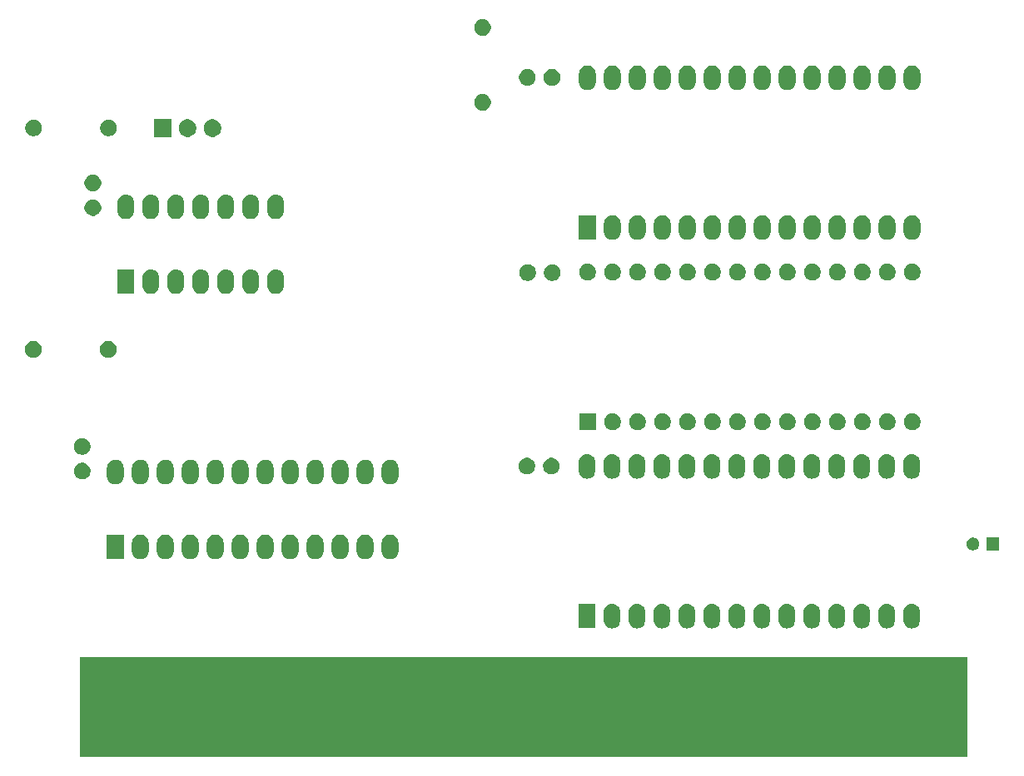
<source format=gbr>
G04 #@! TF.GenerationSoftware,KiCad,Pcbnew,(5.1.5-0)*
G04 #@! TF.CreationDate,2021-03-10T11:50:08+01:00*
G04 #@! TF.ProjectId,Apple1Cartridge,4170706c-6531-4436-9172-747269646765,rev?*
G04 #@! TF.SameCoordinates,Original*
G04 #@! TF.FileFunction,Soldermask,Top*
G04 #@! TF.FilePolarity,Negative*
%FSLAX46Y46*%
G04 Gerber Fmt 4.6, Leading zero omitted, Abs format (unit mm)*
G04 Created by KiCad (PCBNEW (5.1.5-0)) date 2021-03-10 11:50:08*
%MOMM*%
%LPD*%
G04 APERTURE LIST*
%ADD10C,0.100000*%
G04 APERTURE END LIST*
D10*
G36*
X192930780Y-141297660D02*
G01*
X102684580Y-141297660D01*
X102684580Y-131142740D01*
X192930780Y-131142740D01*
X192930780Y-141297660D01*
G37*
G36*
X159523882Y-125708993D02*
G01*
X159684301Y-125757656D01*
X159832137Y-125836675D01*
X159961719Y-125943021D01*
X160068064Y-126072602D01*
X160068065Y-126072604D01*
X160147084Y-126220438D01*
X160195747Y-126380857D01*
X160208060Y-126505876D01*
X160208060Y-127389483D01*
X160195747Y-127514502D01*
X160147084Y-127674922D01*
X160076174Y-127807586D01*
X160068064Y-127822758D01*
X159961719Y-127952339D01*
X159832138Y-128058684D01*
X159832136Y-128058685D01*
X159684302Y-128137704D01*
X159523883Y-128186367D01*
X159357060Y-128202797D01*
X159190238Y-128186367D01*
X159029819Y-128137704D01*
X158881985Y-128058685D01*
X158881983Y-128058684D01*
X158752402Y-127952339D01*
X158646057Y-127822758D01*
X158637947Y-127807586D01*
X158567037Y-127674922D01*
X158518374Y-127514503D01*
X158506060Y-127389483D01*
X158506060Y-126505877D01*
X158518373Y-126380858D01*
X158567036Y-126220439D01*
X158646055Y-126072603D01*
X158752401Y-125943021D01*
X158881982Y-125836676D01*
X158897154Y-125828566D01*
X159029818Y-125757656D01*
X159190237Y-125708993D01*
X159357060Y-125692563D01*
X159523882Y-125708993D01*
G37*
G36*
X167143882Y-125708993D02*
G01*
X167304301Y-125757656D01*
X167452137Y-125836675D01*
X167581719Y-125943021D01*
X167688064Y-126072602D01*
X167688065Y-126072604D01*
X167767084Y-126220438D01*
X167815747Y-126380857D01*
X167828060Y-126505876D01*
X167828060Y-127389483D01*
X167815747Y-127514502D01*
X167767084Y-127674922D01*
X167696174Y-127807586D01*
X167688064Y-127822758D01*
X167581719Y-127952339D01*
X167452138Y-128058684D01*
X167452136Y-128058685D01*
X167304302Y-128137704D01*
X167143883Y-128186367D01*
X166977060Y-128202797D01*
X166810238Y-128186367D01*
X166649819Y-128137704D01*
X166501985Y-128058685D01*
X166501983Y-128058684D01*
X166372402Y-127952339D01*
X166266057Y-127822758D01*
X166257947Y-127807586D01*
X166187037Y-127674922D01*
X166138374Y-127514503D01*
X166126060Y-127389483D01*
X166126060Y-126505877D01*
X166138373Y-126380858D01*
X166187036Y-126220439D01*
X166266055Y-126072603D01*
X166372401Y-125943021D01*
X166501982Y-125836676D01*
X166517154Y-125828566D01*
X166649818Y-125757656D01*
X166810237Y-125708993D01*
X166977060Y-125692563D01*
X167143882Y-125708993D01*
G37*
G36*
X169683882Y-125708993D02*
G01*
X169844301Y-125757656D01*
X169992137Y-125836675D01*
X170121719Y-125943021D01*
X170228064Y-126072602D01*
X170228065Y-126072604D01*
X170307084Y-126220438D01*
X170355747Y-126380857D01*
X170368060Y-126505876D01*
X170368060Y-127389483D01*
X170355747Y-127514502D01*
X170307084Y-127674922D01*
X170236174Y-127807586D01*
X170228064Y-127822758D01*
X170121719Y-127952339D01*
X169992138Y-128058684D01*
X169992136Y-128058685D01*
X169844302Y-128137704D01*
X169683883Y-128186367D01*
X169517060Y-128202797D01*
X169350238Y-128186367D01*
X169189819Y-128137704D01*
X169041985Y-128058685D01*
X169041983Y-128058684D01*
X168912402Y-127952339D01*
X168806057Y-127822758D01*
X168797947Y-127807586D01*
X168727037Y-127674922D01*
X168678374Y-127514503D01*
X168666060Y-127389483D01*
X168666060Y-126505877D01*
X168678373Y-126380858D01*
X168727036Y-126220439D01*
X168806055Y-126072603D01*
X168912401Y-125943021D01*
X169041982Y-125836676D01*
X169057154Y-125828566D01*
X169189818Y-125757656D01*
X169350237Y-125708993D01*
X169517060Y-125692563D01*
X169683882Y-125708993D01*
G37*
G36*
X172223882Y-125708993D02*
G01*
X172384301Y-125757656D01*
X172532137Y-125836675D01*
X172661719Y-125943021D01*
X172768064Y-126072602D01*
X172768065Y-126072604D01*
X172847084Y-126220438D01*
X172895747Y-126380857D01*
X172908060Y-126505876D01*
X172908060Y-127389483D01*
X172895747Y-127514502D01*
X172847084Y-127674922D01*
X172776174Y-127807586D01*
X172768064Y-127822758D01*
X172661719Y-127952339D01*
X172532138Y-128058684D01*
X172532136Y-128058685D01*
X172384302Y-128137704D01*
X172223883Y-128186367D01*
X172057060Y-128202797D01*
X171890238Y-128186367D01*
X171729819Y-128137704D01*
X171581985Y-128058685D01*
X171581983Y-128058684D01*
X171452402Y-127952339D01*
X171346057Y-127822758D01*
X171337947Y-127807586D01*
X171267037Y-127674922D01*
X171218374Y-127514503D01*
X171206060Y-127389483D01*
X171206060Y-126505877D01*
X171218373Y-126380858D01*
X171267036Y-126220439D01*
X171346055Y-126072603D01*
X171452401Y-125943021D01*
X171581982Y-125836676D01*
X171597154Y-125828566D01*
X171729818Y-125757656D01*
X171890237Y-125708993D01*
X172057060Y-125692563D01*
X172223882Y-125708993D01*
G37*
G36*
X174763882Y-125708993D02*
G01*
X174924301Y-125757656D01*
X175072137Y-125836675D01*
X175201719Y-125943021D01*
X175308064Y-126072602D01*
X175308065Y-126072604D01*
X175387084Y-126220438D01*
X175435747Y-126380857D01*
X175448060Y-126505876D01*
X175448060Y-127389483D01*
X175435747Y-127514502D01*
X175387084Y-127674922D01*
X175316174Y-127807586D01*
X175308064Y-127822758D01*
X175201719Y-127952339D01*
X175072138Y-128058684D01*
X175072136Y-128058685D01*
X174924302Y-128137704D01*
X174763883Y-128186367D01*
X174597060Y-128202797D01*
X174430238Y-128186367D01*
X174269819Y-128137704D01*
X174121985Y-128058685D01*
X174121983Y-128058684D01*
X173992402Y-127952339D01*
X173886057Y-127822758D01*
X173877947Y-127807586D01*
X173807037Y-127674922D01*
X173758374Y-127514503D01*
X173746060Y-127389483D01*
X173746060Y-126505877D01*
X173758373Y-126380858D01*
X173807036Y-126220439D01*
X173886055Y-126072603D01*
X173992401Y-125943021D01*
X174121982Y-125836676D01*
X174137154Y-125828566D01*
X174269818Y-125757656D01*
X174430237Y-125708993D01*
X174597060Y-125692563D01*
X174763882Y-125708993D01*
G37*
G36*
X177303882Y-125708993D02*
G01*
X177464301Y-125757656D01*
X177612137Y-125836675D01*
X177741719Y-125943021D01*
X177848064Y-126072602D01*
X177848065Y-126072604D01*
X177927084Y-126220438D01*
X177975747Y-126380857D01*
X177988060Y-126505876D01*
X177988060Y-127389483D01*
X177975747Y-127514502D01*
X177927084Y-127674922D01*
X177856174Y-127807586D01*
X177848064Y-127822758D01*
X177741719Y-127952339D01*
X177612138Y-128058684D01*
X177612136Y-128058685D01*
X177464302Y-128137704D01*
X177303883Y-128186367D01*
X177137060Y-128202797D01*
X176970238Y-128186367D01*
X176809819Y-128137704D01*
X176661985Y-128058685D01*
X176661983Y-128058684D01*
X176532402Y-127952339D01*
X176426057Y-127822758D01*
X176417947Y-127807586D01*
X176347037Y-127674922D01*
X176298374Y-127514503D01*
X176286060Y-127389483D01*
X176286060Y-126505877D01*
X176298373Y-126380858D01*
X176347036Y-126220439D01*
X176426055Y-126072603D01*
X176532401Y-125943021D01*
X176661982Y-125836676D01*
X176677154Y-125828566D01*
X176809818Y-125757656D01*
X176970237Y-125708993D01*
X177137060Y-125692563D01*
X177303882Y-125708993D01*
G37*
G36*
X179843882Y-125708993D02*
G01*
X180004301Y-125757656D01*
X180152137Y-125836675D01*
X180281719Y-125943021D01*
X180388064Y-126072602D01*
X180388065Y-126072604D01*
X180467084Y-126220438D01*
X180515747Y-126380857D01*
X180528060Y-126505876D01*
X180528060Y-127389483D01*
X180515747Y-127514502D01*
X180467084Y-127674922D01*
X180396174Y-127807586D01*
X180388064Y-127822758D01*
X180281719Y-127952339D01*
X180152138Y-128058684D01*
X180152136Y-128058685D01*
X180004302Y-128137704D01*
X179843883Y-128186367D01*
X179677060Y-128202797D01*
X179510238Y-128186367D01*
X179349819Y-128137704D01*
X179201985Y-128058685D01*
X179201983Y-128058684D01*
X179072402Y-127952339D01*
X178966057Y-127822758D01*
X178957947Y-127807586D01*
X178887037Y-127674922D01*
X178838374Y-127514503D01*
X178826060Y-127389483D01*
X178826060Y-126505877D01*
X178838373Y-126380858D01*
X178887036Y-126220439D01*
X178966055Y-126072603D01*
X179072401Y-125943021D01*
X179201982Y-125836676D01*
X179217154Y-125828566D01*
X179349818Y-125757656D01*
X179510237Y-125708993D01*
X179677060Y-125692563D01*
X179843882Y-125708993D01*
G37*
G36*
X182383882Y-125708993D02*
G01*
X182544301Y-125757656D01*
X182692137Y-125836675D01*
X182821719Y-125943021D01*
X182928064Y-126072602D01*
X182928065Y-126072604D01*
X183007084Y-126220438D01*
X183055747Y-126380857D01*
X183068060Y-126505876D01*
X183068060Y-127389483D01*
X183055747Y-127514502D01*
X183007084Y-127674922D01*
X182936174Y-127807586D01*
X182928064Y-127822758D01*
X182821719Y-127952339D01*
X182692138Y-128058684D01*
X182692136Y-128058685D01*
X182544302Y-128137704D01*
X182383883Y-128186367D01*
X182217060Y-128202797D01*
X182050238Y-128186367D01*
X181889819Y-128137704D01*
X181741985Y-128058685D01*
X181741983Y-128058684D01*
X181612402Y-127952339D01*
X181506057Y-127822758D01*
X181497947Y-127807586D01*
X181427037Y-127674922D01*
X181378374Y-127514503D01*
X181366060Y-127389483D01*
X181366060Y-126505877D01*
X181378373Y-126380858D01*
X181427036Y-126220439D01*
X181506055Y-126072603D01*
X181612401Y-125943021D01*
X181741982Y-125836676D01*
X181757154Y-125828566D01*
X181889818Y-125757656D01*
X182050237Y-125708993D01*
X182217060Y-125692563D01*
X182383882Y-125708993D01*
G37*
G36*
X184923882Y-125708993D02*
G01*
X185084301Y-125757656D01*
X185232137Y-125836675D01*
X185361719Y-125943021D01*
X185468064Y-126072602D01*
X185468065Y-126072604D01*
X185547084Y-126220438D01*
X185595747Y-126380857D01*
X185608060Y-126505876D01*
X185608060Y-127389483D01*
X185595747Y-127514502D01*
X185547084Y-127674922D01*
X185476174Y-127807586D01*
X185468064Y-127822758D01*
X185361719Y-127952339D01*
X185232138Y-128058684D01*
X185232136Y-128058685D01*
X185084302Y-128137704D01*
X184923883Y-128186367D01*
X184757060Y-128202797D01*
X184590238Y-128186367D01*
X184429819Y-128137704D01*
X184281985Y-128058685D01*
X184281983Y-128058684D01*
X184152402Y-127952339D01*
X184046057Y-127822758D01*
X184037947Y-127807586D01*
X183967037Y-127674922D01*
X183918374Y-127514503D01*
X183906060Y-127389483D01*
X183906060Y-126505877D01*
X183918373Y-126380858D01*
X183967036Y-126220439D01*
X184046055Y-126072603D01*
X184152401Y-125943021D01*
X184281982Y-125836676D01*
X184297154Y-125828566D01*
X184429818Y-125757656D01*
X184590237Y-125708993D01*
X184757060Y-125692563D01*
X184923882Y-125708993D01*
G37*
G36*
X187463882Y-125708993D02*
G01*
X187624301Y-125757656D01*
X187772137Y-125836675D01*
X187901719Y-125943021D01*
X188008064Y-126072602D01*
X188008065Y-126072604D01*
X188087084Y-126220438D01*
X188135747Y-126380857D01*
X188148060Y-126505876D01*
X188148060Y-127389483D01*
X188135747Y-127514502D01*
X188087084Y-127674922D01*
X188016174Y-127807586D01*
X188008064Y-127822758D01*
X187901719Y-127952339D01*
X187772138Y-128058684D01*
X187772136Y-128058685D01*
X187624302Y-128137704D01*
X187463883Y-128186367D01*
X187297060Y-128202797D01*
X187130238Y-128186367D01*
X186969819Y-128137704D01*
X186821985Y-128058685D01*
X186821983Y-128058684D01*
X186692402Y-127952339D01*
X186586057Y-127822758D01*
X186577947Y-127807586D01*
X186507037Y-127674922D01*
X186458374Y-127514503D01*
X186446060Y-127389483D01*
X186446060Y-126505877D01*
X186458373Y-126380858D01*
X186507036Y-126220439D01*
X186586055Y-126072603D01*
X186692401Y-125943021D01*
X186821982Y-125836676D01*
X186837154Y-125828566D01*
X186969818Y-125757656D01*
X187130237Y-125708993D01*
X187297060Y-125692563D01*
X187463882Y-125708993D01*
G37*
G36*
X164603882Y-125708993D02*
G01*
X164764301Y-125757656D01*
X164912137Y-125836675D01*
X165041719Y-125943021D01*
X165148064Y-126072602D01*
X165148065Y-126072604D01*
X165227084Y-126220438D01*
X165275747Y-126380857D01*
X165288060Y-126505876D01*
X165288060Y-127389483D01*
X165275747Y-127514502D01*
X165227084Y-127674922D01*
X165156174Y-127807586D01*
X165148064Y-127822758D01*
X165041719Y-127952339D01*
X164912138Y-128058684D01*
X164912136Y-128058685D01*
X164764302Y-128137704D01*
X164603883Y-128186367D01*
X164437060Y-128202797D01*
X164270238Y-128186367D01*
X164109819Y-128137704D01*
X163961985Y-128058685D01*
X163961983Y-128058684D01*
X163832402Y-127952339D01*
X163726057Y-127822758D01*
X163717947Y-127807586D01*
X163647037Y-127674922D01*
X163598374Y-127514503D01*
X163586060Y-127389483D01*
X163586060Y-126505877D01*
X163598373Y-126380858D01*
X163647036Y-126220439D01*
X163726055Y-126072603D01*
X163832401Y-125943021D01*
X163961982Y-125836676D01*
X163977154Y-125828566D01*
X164109818Y-125757656D01*
X164270237Y-125708993D01*
X164437060Y-125692563D01*
X164603882Y-125708993D01*
G37*
G36*
X162063882Y-125708993D02*
G01*
X162224301Y-125757656D01*
X162372137Y-125836675D01*
X162501719Y-125943021D01*
X162608064Y-126072602D01*
X162608065Y-126072604D01*
X162687084Y-126220438D01*
X162735747Y-126380857D01*
X162748060Y-126505876D01*
X162748060Y-127389483D01*
X162735747Y-127514502D01*
X162687084Y-127674922D01*
X162616174Y-127807586D01*
X162608064Y-127822758D01*
X162501719Y-127952339D01*
X162372138Y-128058684D01*
X162372136Y-128058685D01*
X162224302Y-128137704D01*
X162063883Y-128186367D01*
X161897060Y-128202797D01*
X161730238Y-128186367D01*
X161569819Y-128137704D01*
X161421985Y-128058685D01*
X161421983Y-128058684D01*
X161292402Y-127952339D01*
X161186057Y-127822758D01*
X161177947Y-127807586D01*
X161107037Y-127674922D01*
X161058374Y-127514503D01*
X161046060Y-127389483D01*
X161046060Y-126505877D01*
X161058373Y-126380858D01*
X161107036Y-126220439D01*
X161186055Y-126072603D01*
X161292401Y-125943021D01*
X161421982Y-125836676D01*
X161437154Y-125828566D01*
X161569818Y-125757656D01*
X161730237Y-125708993D01*
X161897060Y-125692563D01*
X162063882Y-125708993D01*
G37*
G36*
X156983882Y-125708993D02*
G01*
X157144301Y-125757656D01*
X157292137Y-125836675D01*
X157421719Y-125943021D01*
X157528064Y-126072602D01*
X157528065Y-126072604D01*
X157607084Y-126220438D01*
X157655747Y-126380857D01*
X157668060Y-126505876D01*
X157668060Y-127389483D01*
X157655747Y-127514502D01*
X157607084Y-127674922D01*
X157536174Y-127807586D01*
X157528064Y-127822758D01*
X157421719Y-127952339D01*
X157292138Y-128058684D01*
X157292136Y-128058685D01*
X157144302Y-128137704D01*
X156983883Y-128186367D01*
X156817060Y-128202797D01*
X156650238Y-128186367D01*
X156489819Y-128137704D01*
X156341985Y-128058685D01*
X156341983Y-128058684D01*
X156212402Y-127952339D01*
X156106057Y-127822758D01*
X156097947Y-127807586D01*
X156027037Y-127674922D01*
X155978374Y-127514503D01*
X155966060Y-127389483D01*
X155966060Y-126505877D01*
X155978373Y-126380858D01*
X156027036Y-126220439D01*
X156106055Y-126072603D01*
X156212401Y-125943021D01*
X156341982Y-125836676D01*
X156357154Y-125828566D01*
X156489818Y-125757656D01*
X156650237Y-125708993D01*
X156817060Y-125692563D01*
X156983882Y-125708993D01*
G37*
G36*
X155128060Y-128198680D02*
G01*
X153426060Y-128198680D01*
X153426060Y-125696680D01*
X155128060Y-125696680D01*
X155128060Y-128198680D01*
G37*
G36*
X119168362Y-118662013D02*
G01*
X119328781Y-118710676D01*
X119476617Y-118789695D01*
X119606199Y-118896041D01*
X119712544Y-119025622D01*
X119712545Y-119025624D01*
X119791564Y-119173458D01*
X119840227Y-119333877D01*
X119852540Y-119458896D01*
X119852540Y-120342503D01*
X119840227Y-120467522D01*
X119791564Y-120627942D01*
X119720654Y-120760606D01*
X119712544Y-120775778D01*
X119606199Y-120905359D01*
X119476618Y-121011704D01*
X119476616Y-121011705D01*
X119328782Y-121090724D01*
X119168363Y-121139387D01*
X119001540Y-121155817D01*
X118834718Y-121139387D01*
X118674299Y-121090724D01*
X118526465Y-121011705D01*
X118526463Y-121011704D01*
X118396882Y-120905359D01*
X118290537Y-120775778D01*
X118282427Y-120760606D01*
X118211517Y-120627942D01*
X118162854Y-120467523D01*
X118150540Y-120342503D01*
X118150540Y-119458897D01*
X118162853Y-119333878D01*
X118211516Y-119173459D01*
X118290535Y-119025623D01*
X118396881Y-118896041D01*
X118526462Y-118789696D01*
X118541634Y-118781586D01*
X118674298Y-118710676D01*
X118834717Y-118662013D01*
X119001540Y-118645583D01*
X119168362Y-118662013D01*
G37*
G36*
X121708362Y-118662013D02*
G01*
X121868781Y-118710676D01*
X122016617Y-118789695D01*
X122146199Y-118896041D01*
X122252544Y-119025622D01*
X122252545Y-119025624D01*
X122331564Y-119173458D01*
X122380227Y-119333877D01*
X122392540Y-119458896D01*
X122392540Y-120342503D01*
X122380227Y-120467522D01*
X122331564Y-120627942D01*
X122260654Y-120760606D01*
X122252544Y-120775778D01*
X122146199Y-120905359D01*
X122016618Y-121011704D01*
X122016616Y-121011705D01*
X121868782Y-121090724D01*
X121708363Y-121139387D01*
X121541540Y-121155817D01*
X121374718Y-121139387D01*
X121214299Y-121090724D01*
X121066465Y-121011705D01*
X121066463Y-121011704D01*
X120936882Y-120905359D01*
X120830537Y-120775778D01*
X120822427Y-120760606D01*
X120751517Y-120627942D01*
X120702854Y-120467523D01*
X120690540Y-120342503D01*
X120690540Y-119458897D01*
X120702853Y-119333878D01*
X120751516Y-119173459D01*
X120830535Y-119025623D01*
X120936881Y-118896041D01*
X121066462Y-118789696D01*
X121081634Y-118781586D01*
X121214298Y-118710676D01*
X121374717Y-118662013D01*
X121541540Y-118645583D01*
X121708362Y-118662013D01*
G37*
G36*
X124248362Y-118662013D02*
G01*
X124408781Y-118710676D01*
X124556617Y-118789695D01*
X124686199Y-118896041D01*
X124792544Y-119025622D01*
X124792545Y-119025624D01*
X124871564Y-119173458D01*
X124920227Y-119333877D01*
X124932540Y-119458896D01*
X124932540Y-120342503D01*
X124920227Y-120467522D01*
X124871564Y-120627942D01*
X124800654Y-120760606D01*
X124792544Y-120775778D01*
X124686199Y-120905359D01*
X124556618Y-121011704D01*
X124556616Y-121011705D01*
X124408782Y-121090724D01*
X124248363Y-121139387D01*
X124081540Y-121155817D01*
X123914718Y-121139387D01*
X123754299Y-121090724D01*
X123606465Y-121011705D01*
X123606463Y-121011704D01*
X123476882Y-120905359D01*
X123370537Y-120775778D01*
X123362427Y-120760606D01*
X123291517Y-120627942D01*
X123242854Y-120467523D01*
X123230540Y-120342503D01*
X123230540Y-119458897D01*
X123242853Y-119333878D01*
X123291516Y-119173459D01*
X123370535Y-119025623D01*
X123476881Y-118896041D01*
X123606462Y-118789696D01*
X123621634Y-118781586D01*
X123754298Y-118710676D01*
X123914717Y-118662013D01*
X124081540Y-118645583D01*
X124248362Y-118662013D01*
G37*
G36*
X126788362Y-118662013D02*
G01*
X126948781Y-118710676D01*
X127096617Y-118789695D01*
X127226199Y-118896041D01*
X127332544Y-119025622D01*
X127332545Y-119025624D01*
X127411564Y-119173458D01*
X127460227Y-119333877D01*
X127472540Y-119458896D01*
X127472540Y-120342503D01*
X127460227Y-120467522D01*
X127411564Y-120627942D01*
X127340654Y-120760606D01*
X127332544Y-120775778D01*
X127226199Y-120905359D01*
X127096618Y-121011704D01*
X127096616Y-121011705D01*
X126948782Y-121090724D01*
X126788363Y-121139387D01*
X126621540Y-121155817D01*
X126454718Y-121139387D01*
X126294299Y-121090724D01*
X126146465Y-121011705D01*
X126146463Y-121011704D01*
X126016882Y-120905359D01*
X125910537Y-120775778D01*
X125902427Y-120760606D01*
X125831517Y-120627942D01*
X125782854Y-120467523D01*
X125770540Y-120342503D01*
X125770540Y-119458897D01*
X125782853Y-119333878D01*
X125831516Y-119173459D01*
X125910535Y-119025623D01*
X126016881Y-118896041D01*
X126146462Y-118789696D01*
X126161634Y-118781586D01*
X126294298Y-118710676D01*
X126454717Y-118662013D01*
X126621540Y-118645583D01*
X126788362Y-118662013D01*
G37*
G36*
X129328362Y-118662013D02*
G01*
X129488781Y-118710676D01*
X129636617Y-118789695D01*
X129766199Y-118896041D01*
X129872544Y-119025622D01*
X129872545Y-119025624D01*
X129951564Y-119173458D01*
X130000227Y-119333877D01*
X130012540Y-119458896D01*
X130012540Y-120342503D01*
X130000227Y-120467522D01*
X129951564Y-120627942D01*
X129880654Y-120760606D01*
X129872544Y-120775778D01*
X129766199Y-120905359D01*
X129636618Y-121011704D01*
X129636616Y-121011705D01*
X129488782Y-121090724D01*
X129328363Y-121139387D01*
X129161540Y-121155817D01*
X128994718Y-121139387D01*
X128834299Y-121090724D01*
X128686465Y-121011705D01*
X128686463Y-121011704D01*
X128556882Y-120905359D01*
X128450537Y-120775778D01*
X128442427Y-120760606D01*
X128371517Y-120627942D01*
X128322854Y-120467523D01*
X128310540Y-120342503D01*
X128310540Y-119458897D01*
X128322853Y-119333878D01*
X128371516Y-119173459D01*
X128450535Y-119025623D01*
X128556881Y-118896041D01*
X128686462Y-118789696D01*
X128701634Y-118781586D01*
X128834298Y-118710676D01*
X128994717Y-118662013D01*
X129161540Y-118645583D01*
X129328362Y-118662013D01*
G37*
G36*
X116628362Y-118662013D02*
G01*
X116788781Y-118710676D01*
X116936617Y-118789695D01*
X117066199Y-118896041D01*
X117172544Y-119025622D01*
X117172545Y-119025624D01*
X117251564Y-119173458D01*
X117300227Y-119333877D01*
X117312540Y-119458896D01*
X117312540Y-120342503D01*
X117300227Y-120467522D01*
X117251564Y-120627942D01*
X117180654Y-120760606D01*
X117172544Y-120775778D01*
X117066199Y-120905359D01*
X116936618Y-121011704D01*
X116936616Y-121011705D01*
X116788782Y-121090724D01*
X116628363Y-121139387D01*
X116461540Y-121155817D01*
X116294718Y-121139387D01*
X116134299Y-121090724D01*
X115986465Y-121011705D01*
X115986463Y-121011704D01*
X115856882Y-120905359D01*
X115750537Y-120775778D01*
X115742427Y-120760606D01*
X115671517Y-120627942D01*
X115622854Y-120467523D01*
X115610540Y-120342503D01*
X115610540Y-119458897D01*
X115622853Y-119333878D01*
X115671516Y-119173459D01*
X115750535Y-119025623D01*
X115856881Y-118896041D01*
X115986462Y-118789696D01*
X116001634Y-118781586D01*
X116134298Y-118710676D01*
X116294717Y-118662013D01*
X116461540Y-118645583D01*
X116628362Y-118662013D01*
G37*
G36*
X114088362Y-118662013D02*
G01*
X114248781Y-118710676D01*
X114396617Y-118789695D01*
X114526199Y-118896041D01*
X114632544Y-119025622D01*
X114632545Y-119025624D01*
X114711564Y-119173458D01*
X114760227Y-119333877D01*
X114772540Y-119458896D01*
X114772540Y-120342503D01*
X114760227Y-120467522D01*
X114711564Y-120627942D01*
X114640654Y-120760606D01*
X114632544Y-120775778D01*
X114526199Y-120905359D01*
X114396618Y-121011704D01*
X114396616Y-121011705D01*
X114248782Y-121090724D01*
X114088363Y-121139387D01*
X113921540Y-121155817D01*
X113754718Y-121139387D01*
X113594299Y-121090724D01*
X113446465Y-121011705D01*
X113446463Y-121011704D01*
X113316882Y-120905359D01*
X113210537Y-120775778D01*
X113202427Y-120760606D01*
X113131517Y-120627942D01*
X113082854Y-120467523D01*
X113070540Y-120342503D01*
X113070540Y-119458897D01*
X113082853Y-119333878D01*
X113131516Y-119173459D01*
X113210535Y-119025623D01*
X113316881Y-118896041D01*
X113446462Y-118789696D01*
X113461634Y-118781586D01*
X113594298Y-118710676D01*
X113754717Y-118662013D01*
X113921540Y-118645583D01*
X114088362Y-118662013D01*
G37*
G36*
X111548362Y-118662013D02*
G01*
X111708781Y-118710676D01*
X111856617Y-118789695D01*
X111986199Y-118896041D01*
X112092544Y-119025622D01*
X112092545Y-119025624D01*
X112171564Y-119173458D01*
X112220227Y-119333877D01*
X112232540Y-119458896D01*
X112232540Y-120342503D01*
X112220227Y-120467522D01*
X112171564Y-120627942D01*
X112100654Y-120760606D01*
X112092544Y-120775778D01*
X111986199Y-120905359D01*
X111856618Y-121011704D01*
X111856616Y-121011705D01*
X111708782Y-121090724D01*
X111548363Y-121139387D01*
X111381540Y-121155817D01*
X111214718Y-121139387D01*
X111054299Y-121090724D01*
X110906465Y-121011705D01*
X110906463Y-121011704D01*
X110776882Y-120905359D01*
X110670537Y-120775778D01*
X110662427Y-120760606D01*
X110591517Y-120627942D01*
X110542854Y-120467523D01*
X110530540Y-120342503D01*
X110530540Y-119458897D01*
X110542853Y-119333878D01*
X110591516Y-119173459D01*
X110670535Y-119025623D01*
X110776881Y-118896041D01*
X110906462Y-118789696D01*
X110921634Y-118781586D01*
X111054298Y-118710676D01*
X111214717Y-118662013D01*
X111381540Y-118645583D01*
X111548362Y-118662013D01*
G37*
G36*
X131868362Y-118662013D02*
G01*
X132028781Y-118710676D01*
X132176617Y-118789695D01*
X132306199Y-118896041D01*
X132412544Y-119025622D01*
X132412545Y-119025624D01*
X132491564Y-119173458D01*
X132540227Y-119333877D01*
X132552540Y-119458896D01*
X132552540Y-120342503D01*
X132540227Y-120467522D01*
X132491564Y-120627942D01*
X132420654Y-120760606D01*
X132412544Y-120775778D01*
X132306199Y-120905359D01*
X132176618Y-121011704D01*
X132176616Y-121011705D01*
X132028782Y-121090724D01*
X131868363Y-121139387D01*
X131701540Y-121155817D01*
X131534718Y-121139387D01*
X131374299Y-121090724D01*
X131226465Y-121011705D01*
X131226463Y-121011704D01*
X131096882Y-120905359D01*
X130990537Y-120775778D01*
X130982427Y-120760606D01*
X130911517Y-120627942D01*
X130862854Y-120467523D01*
X130850540Y-120342503D01*
X130850540Y-119458897D01*
X130862853Y-119333878D01*
X130911516Y-119173459D01*
X130990535Y-119025623D01*
X131096881Y-118896041D01*
X131226462Y-118789696D01*
X131241634Y-118781586D01*
X131374298Y-118710676D01*
X131534717Y-118662013D01*
X131701540Y-118645583D01*
X131868362Y-118662013D01*
G37*
G36*
X109008362Y-118662013D02*
G01*
X109168781Y-118710676D01*
X109316617Y-118789695D01*
X109446199Y-118896041D01*
X109552544Y-119025622D01*
X109552545Y-119025624D01*
X109631564Y-119173458D01*
X109680227Y-119333877D01*
X109692540Y-119458896D01*
X109692540Y-120342503D01*
X109680227Y-120467522D01*
X109631564Y-120627942D01*
X109560654Y-120760606D01*
X109552544Y-120775778D01*
X109446199Y-120905359D01*
X109316618Y-121011704D01*
X109316616Y-121011705D01*
X109168782Y-121090724D01*
X109008363Y-121139387D01*
X108841540Y-121155817D01*
X108674718Y-121139387D01*
X108514299Y-121090724D01*
X108366465Y-121011705D01*
X108366463Y-121011704D01*
X108236882Y-120905359D01*
X108130537Y-120775778D01*
X108122427Y-120760606D01*
X108051517Y-120627942D01*
X108002854Y-120467523D01*
X107990540Y-120342503D01*
X107990540Y-119458897D01*
X108002853Y-119333878D01*
X108051516Y-119173459D01*
X108130535Y-119025623D01*
X108236881Y-118896041D01*
X108366462Y-118789696D01*
X108381634Y-118781586D01*
X108514298Y-118710676D01*
X108674717Y-118662013D01*
X108841540Y-118645583D01*
X109008362Y-118662013D01*
G37*
G36*
X134408362Y-118662013D02*
G01*
X134568781Y-118710676D01*
X134716617Y-118789695D01*
X134846199Y-118896041D01*
X134952544Y-119025622D01*
X134952545Y-119025624D01*
X135031564Y-119173458D01*
X135080227Y-119333877D01*
X135092540Y-119458896D01*
X135092540Y-120342503D01*
X135080227Y-120467522D01*
X135031564Y-120627942D01*
X134960654Y-120760606D01*
X134952544Y-120775778D01*
X134846199Y-120905359D01*
X134716618Y-121011704D01*
X134716616Y-121011705D01*
X134568782Y-121090724D01*
X134408363Y-121139387D01*
X134241540Y-121155817D01*
X134074718Y-121139387D01*
X133914299Y-121090724D01*
X133766465Y-121011705D01*
X133766463Y-121011704D01*
X133636882Y-120905359D01*
X133530537Y-120775778D01*
X133522427Y-120760606D01*
X133451517Y-120627942D01*
X133402854Y-120467523D01*
X133390540Y-120342503D01*
X133390540Y-119458897D01*
X133402853Y-119333878D01*
X133451516Y-119173459D01*
X133530535Y-119025623D01*
X133636881Y-118896041D01*
X133766462Y-118789696D01*
X133781634Y-118781586D01*
X133914298Y-118710676D01*
X134074717Y-118662013D01*
X134241540Y-118645583D01*
X134408362Y-118662013D01*
G37*
G36*
X107152540Y-121151700D02*
G01*
X105450540Y-121151700D01*
X105450540Y-118649700D01*
X107152540Y-118649700D01*
X107152540Y-121151700D01*
G37*
G36*
X193711470Y-118982617D02*
G01*
X193815293Y-119025622D01*
X193829944Y-119031691D01*
X193936568Y-119102935D01*
X194027245Y-119193612D01*
X194098490Y-119300238D01*
X194147563Y-119418710D01*
X194155557Y-119458897D01*
X194172580Y-119544482D01*
X194172580Y-119672718D01*
X194147563Y-119798490D01*
X194098489Y-119916964D01*
X194027245Y-120023588D01*
X193936568Y-120114265D01*
X193829944Y-120185509D01*
X193829943Y-120185510D01*
X193829942Y-120185510D01*
X193711470Y-120234583D01*
X193585699Y-120259600D01*
X193457461Y-120259600D01*
X193331690Y-120234583D01*
X193213218Y-120185510D01*
X193213217Y-120185510D01*
X193213216Y-120185509D01*
X193106592Y-120114265D01*
X193015915Y-120023588D01*
X192944671Y-119916964D01*
X192895597Y-119798490D01*
X192870580Y-119672718D01*
X192870580Y-119544482D01*
X192887604Y-119458897D01*
X192895597Y-119418710D01*
X192944670Y-119300238D01*
X193015915Y-119193612D01*
X193106592Y-119102935D01*
X193213216Y-119031691D01*
X193227868Y-119025622D01*
X193331690Y-118982617D01*
X193457461Y-118957600D01*
X193585699Y-118957600D01*
X193711470Y-118982617D01*
G37*
G36*
X196172580Y-120259600D02*
G01*
X194870580Y-120259600D01*
X194870580Y-118957600D01*
X196172580Y-118957600D01*
X196172580Y-120259600D01*
G37*
G36*
X121708362Y-111042013D02*
G01*
X121868781Y-111090676D01*
X122016617Y-111169695D01*
X122133813Y-111265876D01*
X122146199Y-111276041D01*
X122252544Y-111405622D01*
X122252545Y-111405624D01*
X122331564Y-111553458D01*
X122380227Y-111713877D01*
X122392540Y-111838896D01*
X122392540Y-112722503D01*
X122380227Y-112847522D01*
X122331564Y-113007942D01*
X122260654Y-113140606D01*
X122252544Y-113155778D01*
X122146199Y-113285359D01*
X122016618Y-113391704D01*
X122016616Y-113391705D01*
X121868782Y-113470724D01*
X121708363Y-113519387D01*
X121541540Y-113535817D01*
X121374718Y-113519387D01*
X121214299Y-113470724D01*
X121066465Y-113391705D01*
X121066463Y-113391704D01*
X120936882Y-113285359D01*
X120830537Y-113155778D01*
X120822427Y-113140606D01*
X120751517Y-113007942D01*
X120702854Y-112847523D01*
X120690540Y-112722503D01*
X120690540Y-111838897D01*
X120702853Y-111713878D01*
X120751516Y-111553459D01*
X120830535Y-111405623D01*
X120936881Y-111276041D01*
X120949267Y-111265876D01*
X121066462Y-111169696D01*
X121119552Y-111141319D01*
X121214298Y-111090676D01*
X121374717Y-111042013D01*
X121541540Y-111025583D01*
X121708362Y-111042013D01*
G37*
G36*
X119168362Y-111042013D02*
G01*
X119328781Y-111090676D01*
X119476617Y-111169695D01*
X119593813Y-111265876D01*
X119606199Y-111276041D01*
X119712544Y-111405622D01*
X119712545Y-111405624D01*
X119791564Y-111553458D01*
X119840227Y-111713877D01*
X119852540Y-111838896D01*
X119852540Y-112722503D01*
X119840227Y-112847522D01*
X119791564Y-113007942D01*
X119720654Y-113140606D01*
X119712544Y-113155778D01*
X119606199Y-113285359D01*
X119476618Y-113391704D01*
X119476616Y-113391705D01*
X119328782Y-113470724D01*
X119168363Y-113519387D01*
X119001540Y-113535817D01*
X118834718Y-113519387D01*
X118674299Y-113470724D01*
X118526465Y-113391705D01*
X118526463Y-113391704D01*
X118396882Y-113285359D01*
X118290537Y-113155778D01*
X118282427Y-113140606D01*
X118211517Y-113007942D01*
X118162854Y-112847523D01*
X118150540Y-112722503D01*
X118150540Y-111838897D01*
X118162853Y-111713878D01*
X118211516Y-111553459D01*
X118290535Y-111405623D01*
X118396881Y-111276041D01*
X118409267Y-111265876D01*
X118526462Y-111169696D01*
X118579552Y-111141319D01*
X118674298Y-111090676D01*
X118834717Y-111042013D01*
X119001540Y-111025583D01*
X119168362Y-111042013D01*
G37*
G36*
X116628362Y-111042013D02*
G01*
X116788781Y-111090676D01*
X116936617Y-111169695D01*
X117053813Y-111265876D01*
X117066199Y-111276041D01*
X117172544Y-111405622D01*
X117172545Y-111405624D01*
X117251564Y-111553458D01*
X117300227Y-111713877D01*
X117312540Y-111838896D01*
X117312540Y-112722503D01*
X117300227Y-112847522D01*
X117251564Y-113007942D01*
X117180654Y-113140606D01*
X117172544Y-113155778D01*
X117066199Y-113285359D01*
X116936618Y-113391704D01*
X116936616Y-113391705D01*
X116788782Y-113470724D01*
X116628363Y-113519387D01*
X116461540Y-113535817D01*
X116294718Y-113519387D01*
X116134299Y-113470724D01*
X115986465Y-113391705D01*
X115986463Y-113391704D01*
X115856882Y-113285359D01*
X115750537Y-113155778D01*
X115742427Y-113140606D01*
X115671517Y-113007942D01*
X115622854Y-112847523D01*
X115610540Y-112722503D01*
X115610540Y-111838897D01*
X115622853Y-111713878D01*
X115671516Y-111553459D01*
X115750535Y-111405623D01*
X115856881Y-111276041D01*
X115869267Y-111265876D01*
X115986462Y-111169696D01*
X116039552Y-111141319D01*
X116134298Y-111090676D01*
X116294717Y-111042013D01*
X116461540Y-111025583D01*
X116628362Y-111042013D01*
G37*
G36*
X126788362Y-111042013D02*
G01*
X126948781Y-111090676D01*
X127096617Y-111169695D01*
X127213813Y-111265876D01*
X127226199Y-111276041D01*
X127332544Y-111405622D01*
X127332545Y-111405624D01*
X127411564Y-111553458D01*
X127460227Y-111713877D01*
X127472540Y-111838896D01*
X127472540Y-112722503D01*
X127460227Y-112847522D01*
X127411564Y-113007942D01*
X127340654Y-113140606D01*
X127332544Y-113155778D01*
X127226199Y-113285359D01*
X127096618Y-113391704D01*
X127096616Y-113391705D01*
X126948782Y-113470724D01*
X126788363Y-113519387D01*
X126621540Y-113535817D01*
X126454718Y-113519387D01*
X126294299Y-113470724D01*
X126146465Y-113391705D01*
X126146463Y-113391704D01*
X126016882Y-113285359D01*
X125910537Y-113155778D01*
X125902427Y-113140606D01*
X125831517Y-113007942D01*
X125782854Y-112847523D01*
X125770540Y-112722503D01*
X125770540Y-111838897D01*
X125782853Y-111713878D01*
X125831516Y-111553459D01*
X125910535Y-111405623D01*
X126016881Y-111276041D01*
X126029267Y-111265876D01*
X126146462Y-111169696D01*
X126199552Y-111141319D01*
X126294298Y-111090676D01*
X126454717Y-111042013D01*
X126621540Y-111025583D01*
X126788362Y-111042013D01*
G37*
G36*
X114088362Y-111042013D02*
G01*
X114248781Y-111090676D01*
X114396617Y-111169695D01*
X114513813Y-111265876D01*
X114526199Y-111276041D01*
X114632544Y-111405622D01*
X114632545Y-111405624D01*
X114711564Y-111553458D01*
X114760227Y-111713877D01*
X114772540Y-111838896D01*
X114772540Y-112722503D01*
X114760227Y-112847522D01*
X114711564Y-113007942D01*
X114640654Y-113140606D01*
X114632544Y-113155778D01*
X114526199Y-113285359D01*
X114396618Y-113391704D01*
X114396616Y-113391705D01*
X114248782Y-113470724D01*
X114088363Y-113519387D01*
X113921540Y-113535817D01*
X113754718Y-113519387D01*
X113594299Y-113470724D01*
X113446465Y-113391705D01*
X113446463Y-113391704D01*
X113316882Y-113285359D01*
X113210537Y-113155778D01*
X113202427Y-113140606D01*
X113131517Y-113007942D01*
X113082854Y-112847523D01*
X113070540Y-112722503D01*
X113070540Y-111838897D01*
X113082853Y-111713878D01*
X113131516Y-111553459D01*
X113210535Y-111405623D01*
X113316881Y-111276041D01*
X113329267Y-111265876D01*
X113446462Y-111169696D01*
X113499552Y-111141319D01*
X113594298Y-111090676D01*
X113754717Y-111042013D01*
X113921540Y-111025583D01*
X114088362Y-111042013D01*
G37*
G36*
X129328362Y-111042013D02*
G01*
X129488781Y-111090676D01*
X129636617Y-111169695D01*
X129753813Y-111265876D01*
X129766199Y-111276041D01*
X129872544Y-111405622D01*
X129872545Y-111405624D01*
X129951564Y-111553458D01*
X130000227Y-111713877D01*
X130012540Y-111838896D01*
X130012540Y-112722503D01*
X130000227Y-112847522D01*
X129951564Y-113007942D01*
X129880654Y-113140606D01*
X129872544Y-113155778D01*
X129766199Y-113285359D01*
X129636618Y-113391704D01*
X129636616Y-113391705D01*
X129488782Y-113470724D01*
X129328363Y-113519387D01*
X129161540Y-113535817D01*
X128994718Y-113519387D01*
X128834299Y-113470724D01*
X128686465Y-113391705D01*
X128686463Y-113391704D01*
X128556882Y-113285359D01*
X128450537Y-113155778D01*
X128442427Y-113140606D01*
X128371517Y-113007942D01*
X128322854Y-112847523D01*
X128310540Y-112722503D01*
X128310540Y-111838897D01*
X128322853Y-111713878D01*
X128371516Y-111553459D01*
X128450535Y-111405623D01*
X128556881Y-111276041D01*
X128569267Y-111265876D01*
X128686462Y-111169696D01*
X128739552Y-111141319D01*
X128834298Y-111090676D01*
X128994717Y-111042013D01*
X129161540Y-111025583D01*
X129328362Y-111042013D01*
G37*
G36*
X131868362Y-111042013D02*
G01*
X132028781Y-111090676D01*
X132176617Y-111169695D01*
X132293813Y-111265876D01*
X132306199Y-111276041D01*
X132412544Y-111405622D01*
X132412545Y-111405624D01*
X132491564Y-111553458D01*
X132540227Y-111713877D01*
X132552540Y-111838896D01*
X132552540Y-112722503D01*
X132540227Y-112847522D01*
X132491564Y-113007942D01*
X132420654Y-113140606D01*
X132412544Y-113155778D01*
X132306199Y-113285359D01*
X132176618Y-113391704D01*
X132176616Y-113391705D01*
X132028782Y-113470724D01*
X131868363Y-113519387D01*
X131701540Y-113535817D01*
X131534718Y-113519387D01*
X131374299Y-113470724D01*
X131226465Y-113391705D01*
X131226463Y-113391704D01*
X131096882Y-113285359D01*
X130990537Y-113155778D01*
X130982427Y-113140606D01*
X130911517Y-113007942D01*
X130862854Y-112847523D01*
X130850540Y-112722503D01*
X130850540Y-111838897D01*
X130862853Y-111713878D01*
X130911516Y-111553459D01*
X130990535Y-111405623D01*
X131096881Y-111276041D01*
X131109267Y-111265876D01*
X131226462Y-111169696D01*
X131279552Y-111141319D01*
X131374298Y-111090676D01*
X131534717Y-111042013D01*
X131701540Y-111025583D01*
X131868362Y-111042013D01*
G37*
G36*
X111548362Y-111042013D02*
G01*
X111708781Y-111090676D01*
X111856617Y-111169695D01*
X111973813Y-111265876D01*
X111986199Y-111276041D01*
X112092544Y-111405622D01*
X112092545Y-111405624D01*
X112171564Y-111553458D01*
X112220227Y-111713877D01*
X112232540Y-111838896D01*
X112232540Y-112722503D01*
X112220227Y-112847522D01*
X112171564Y-113007942D01*
X112100654Y-113140606D01*
X112092544Y-113155778D01*
X111986199Y-113285359D01*
X111856618Y-113391704D01*
X111856616Y-113391705D01*
X111708782Y-113470724D01*
X111548363Y-113519387D01*
X111381540Y-113535817D01*
X111214718Y-113519387D01*
X111054299Y-113470724D01*
X110906465Y-113391705D01*
X110906463Y-113391704D01*
X110776882Y-113285359D01*
X110670537Y-113155778D01*
X110662427Y-113140606D01*
X110591517Y-113007942D01*
X110542854Y-112847523D01*
X110530540Y-112722503D01*
X110530540Y-111838897D01*
X110542853Y-111713878D01*
X110591516Y-111553459D01*
X110670535Y-111405623D01*
X110776881Y-111276041D01*
X110789267Y-111265876D01*
X110906462Y-111169696D01*
X110959552Y-111141319D01*
X111054298Y-111090676D01*
X111214717Y-111042013D01*
X111381540Y-111025583D01*
X111548362Y-111042013D01*
G37*
G36*
X134408362Y-111042013D02*
G01*
X134568781Y-111090676D01*
X134716617Y-111169695D01*
X134833813Y-111265876D01*
X134846199Y-111276041D01*
X134952544Y-111405622D01*
X134952545Y-111405624D01*
X135031564Y-111553458D01*
X135080227Y-111713877D01*
X135092540Y-111838896D01*
X135092540Y-112722503D01*
X135080227Y-112847522D01*
X135031564Y-113007942D01*
X134960654Y-113140606D01*
X134952544Y-113155778D01*
X134846199Y-113285359D01*
X134716618Y-113391704D01*
X134716616Y-113391705D01*
X134568782Y-113470724D01*
X134408363Y-113519387D01*
X134241540Y-113535817D01*
X134074718Y-113519387D01*
X133914299Y-113470724D01*
X133766465Y-113391705D01*
X133766463Y-113391704D01*
X133636882Y-113285359D01*
X133530537Y-113155778D01*
X133522427Y-113140606D01*
X133451517Y-113007942D01*
X133402854Y-112847523D01*
X133390540Y-112722503D01*
X133390540Y-111838897D01*
X133402853Y-111713878D01*
X133451516Y-111553459D01*
X133530535Y-111405623D01*
X133636881Y-111276041D01*
X133649267Y-111265876D01*
X133766462Y-111169696D01*
X133819552Y-111141319D01*
X133914298Y-111090676D01*
X134074717Y-111042013D01*
X134241540Y-111025583D01*
X134408362Y-111042013D01*
G37*
G36*
X109008362Y-111042013D02*
G01*
X109168781Y-111090676D01*
X109316617Y-111169695D01*
X109433813Y-111265876D01*
X109446199Y-111276041D01*
X109552544Y-111405622D01*
X109552545Y-111405624D01*
X109631564Y-111553458D01*
X109680227Y-111713877D01*
X109692540Y-111838896D01*
X109692540Y-112722503D01*
X109680227Y-112847522D01*
X109631564Y-113007942D01*
X109560654Y-113140606D01*
X109552544Y-113155778D01*
X109446199Y-113285359D01*
X109316618Y-113391704D01*
X109316616Y-113391705D01*
X109168782Y-113470724D01*
X109008363Y-113519387D01*
X108841540Y-113535817D01*
X108674718Y-113519387D01*
X108514299Y-113470724D01*
X108366465Y-113391705D01*
X108366463Y-113391704D01*
X108236882Y-113285359D01*
X108130537Y-113155778D01*
X108122427Y-113140606D01*
X108051517Y-113007942D01*
X108002854Y-112847523D01*
X107990540Y-112722503D01*
X107990540Y-111838897D01*
X108002853Y-111713878D01*
X108051516Y-111553459D01*
X108130535Y-111405623D01*
X108236881Y-111276041D01*
X108249267Y-111265876D01*
X108366462Y-111169696D01*
X108419552Y-111141319D01*
X108514298Y-111090676D01*
X108674717Y-111042013D01*
X108841540Y-111025583D01*
X109008362Y-111042013D01*
G37*
G36*
X106468362Y-111042013D02*
G01*
X106628781Y-111090676D01*
X106776617Y-111169695D01*
X106893813Y-111265876D01*
X106906199Y-111276041D01*
X107012544Y-111405622D01*
X107012545Y-111405624D01*
X107091564Y-111553458D01*
X107140227Y-111713877D01*
X107152540Y-111838896D01*
X107152540Y-112722503D01*
X107140227Y-112847522D01*
X107091564Y-113007942D01*
X107020654Y-113140606D01*
X107012544Y-113155778D01*
X106906199Y-113285359D01*
X106776618Y-113391704D01*
X106776616Y-113391705D01*
X106628782Y-113470724D01*
X106468363Y-113519387D01*
X106301540Y-113535817D01*
X106134718Y-113519387D01*
X105974299Y-113470724D01*
X105826465Y-113391705D01*
X105826463Y-113391704D01*
X105696882Y-113285359D01*
X105590537Y-113155778D01*
X105582427Y-113140606D01*
X105511517Y-113007942D01*
X105462854Y-112847523D01*
X105450540Y-112722503D01*
X105450540Y-111838897D01*
X105462853Y-111713878D01*
X105511516Y-111553459D01*
X105590535Y-111405623D01*
X105696881Y-111276041D01*
X105709267Y-111265876D01*
X105826462Y-111169696D01*
X105879552Y-111141319D01*
X105974298Y-111090676D01*
X106134717Y-111042013D01*
X106301540Y-111025583D01*
X106468362Y-111042013D01*
G37*
G36*
X124248362Y-111042013D02*
G01*
X124408781Y-111090676D01*
X124556617Y-111169695D01*
X124673813Y-111265876D01*
X124686199Y-111276041D01*
X124792544Y-111405622D01*
X124792545Y-111405624D01*
X124871564Y-111553458D01*
X124920227Y-111713877D01*
X124932540Y-111838896D01*
X124932540Y-112722503D01*
X124920227Y-112847522D01*
X124871564Y-113007942D01*
X124800654Y-113140606D01*
X124792544Y-113155778D01*
X124686199Y-113285359D01*
X124556618Y-113391704D01*
X124556616Y-113391705D01*
X124408782Y-113470724D01*
X124248363Y-113519387D01*
X124081540Y-113535817D01*
X123914718Y-113519387D01*
X123754299Y-113470724D01*
X123606465Y-113391705D01*
X123606463Y-113391704D01*
X123476882Y-113285359D01*
X123370537Y-113155778D01*
X123362427Y-113140606D01*
X123291517Y-113007942D01*
X123242854Y-112847523D01*
X123230540Y-112722503D01*
X123230540Y-111838897D01*
X123242853Y-111713878D01*
X123291516Y-111553459D01*
X123370535Y-111405623D01*
X123476881Y-111276041D01*
X123489267Y-111265876D01*
X123606462Y-111169696D01*
X123659552Y-111141319D01*
X123754298Y-111090676D01*
X123914717Y-111042013D01*
X124081540Y-111025583D01*
X124248362Y-111042013D01*
G37*
G36*
X103176648Y-111365883D02*
G01*
X103331520Y-111430033D01*
X103470901Y-111523165D01*
X103589435Y-111641699D01*
X103682567Y-111781080D01*
X103746717Y-111935952D01*
X103779420Y-112100364D01*
X103779420Y-112267996D01*
X103746717Y-112432408D01*
X103682567Y-112587280D01*
X103589435Y-112726661D01*
X103470901Y-112845195D01*
X103331520Y-112938327D01*
X103176648Y-113002477D01*
X103012236Y-113035180D01*
X102844604Y-113035180D01*
X102680192Y-113002477D01*
X102525320Y-112938327D01*
X102385939Y-112845195D01*
X102267405Y-112726661D01*
X102174273Y-112587280D01*
X102110123Y-112432408D01*
X102077420Y-112267996D01*
X102077420Y-112100364D01*
X102110123Y-111935952D01*
X102174273Y-111781080D01*
X102267405Y-111641699D01*
X102385939Y-111523165D01*
X102525320Y-111430033D01*
X102680192Y-111365883D01*
X102844604Y-111333180D01*
X103012236Y-111333180D01*
X103176648Y-111365883D01*
G37*
G36*
X174763882Y-110468993D02*
G01*
X174924301Y-110517656D01*
X175072137Y-110596675D01*
X175201719Y-110703021D01*
X175308064Y-110832602D01*
X175308065Y-110832604D01*
X175387084Y-110980438D01*
X175435747Y-111140857D01*
X175448060Y-111265876D01*
X175448060Y-112149483D01*
X175435747Y-112274502D01*
X175387084Y-112434922D01*
X175351179Y-112502095D01*
X175308064Y-112582758D01*
X175201719Y-112712339D01*
X175072138Y-112818684D01*
X175072136Y-112818685D01*
X174924302Y-112897704D01*
X174763883Y-112946367D01*
X174597060Y-112962797D01*
X174430238Y-112946367D01*
X174269819Y-112897704D01*
X174121985Y-112818685D01*
X174121983Y-112818684D01*
X173992402Y-112712339D01*
X173886057Y-112582758D01*
X173842942Y-112502095D01*
X173807037Y-112434922D01*
X173758374Y-112274503D01*
X173746060Y-112149483D01*
X173746060Y-111265877D01*
X173758373Y-111140858D01*
X173807036Y-110980439D01*
X173886055Y-110832603D01*
X173992401Y-110703021D01*
X174121982Y-110596676D01*
X174137154Y-110588566D01*
X174269818Y-110517656D01*
X174430237Y-110468993D01*
X174597060Y-110452563D01*
X174763882Y-110468993D01*
G37*
G36*
X167143882Y-110468993D02*
G01*
X167304301Y-110517656D01*
X167452137Y-110596675D01*
X167581719Y-110703021D01*
X167688064Y-110832602D01*
X167688065Y-110832604D01*
X167767084Y-110980438D01*
X167815747Y-111140857D01*
X167828060Y-111265876D01*
X167828060Y-112149483D01*
X167815747Y-112274502D01*
X167767084Y-112434922D01*
X167731179Y-112502095D01*
X167688064Y-112582758D01*
X167581719Y-112712339D01*
X167452138Y-112818684D01*
X167452136Y-112818685D01*
X167304302Y-112897704D01*
X167143883Y-112946367D01*
X166977060Y-112962797D01*
X166810238Y-112946367D01*
X166649819Y-112897704D01*
X166501985Y-112818685D01*
X166501983Y-112818684D01*
X166372402Y-112712339D01*
X166266057Y-112582758D01*
X166222942Y-112502095D01*
X166187037Y-112434922D01*
X166138374Y-112274503D01*
X166126060Y-112149483D01*
X166126060Y-111265877D01*
X166138373Y-111140858D01*
X166187036Y-110980439D01*
X166266055Y-110832603D01*
X166372401Y-110703021D01*
X166501982Y-110596676D01*
X166517154Y-110588566D01*
X166649818Y-110517656D01*
X166810237Y-110468993D01*
X166977060Y-110452563D01*
X167143882Y-110468993D01*
G37*
G36*
X184923882Y-110468993D02*
G01*
X185084301Y-110517656D01*
X185232137Y-110596675D01*
X185361719Y-110703021D01*
X185468064Y-110832602D01*
X185468065Y-110832604D01*
X185547084Y-110980438D01*
X185595747Y-111140857D01*
X185608060Y-111265876D01*
X185608060Y-112149483D01*
X185595747Y-112274502D01*
X185547084Y-112434922D01*
X185511179Y-112502095D01*
X185468064Y-112582758D01*
X185361719Y-112712339D01*
X185232138Y-112818684D01*
X185232136Y-112818685D01*
X185084302Y-112897704D01*
X184923883Y-112946367D01*
X184757060Y-112962797D01*
X184590238Y-112946367D01*
X184429819Y-112897704D01*
X184281985Y-112818685D01*
X184281983Y-112818684D01*
X184152402Y-112712339D01*
X184046057Y-112582758D01*
X184002942Y-112502095D01*
X183967037Y-112434922D01*
X183918374Y-112274503D01*
X183906060Y-112149483D01*
X183906060Y-111265877D01*
X183918373Y-111140858D01*
X183967036Y-110980439D01*
X184046055Y-110832603D01*
X184152401Y-110703021D01*
X184281982Y-110596676D01*
X184297154Y-110588566D01*
X184429818Y-110517656D01*
X184590237Y-110468993D01*
X184757060Y-110452563D01*
X184923882Y-110468993D01*
G37*
G36*
X177303882Y-110468993D02*
G01*
X177464301Y-110517656D01*
X177612137Y-110596675D01*
X177741719Y-110703021D01*
X177848064Y-110832602D01*
X177848065Y-110832604D01*
X177927084Y-110980438D01*
X177975747Y-111140857D01*
X177988060Y-111265876D01*
X177988060Y-112149483D01*
X177975747Y-112274502D01*
X177927084Y-112434922D01*
X177891179Y-112502095D01*
X177848064Y-112582758D01*
X177741719Y-112712339D01*
X177612138Y-112818684D01*
X177612136Y-112818685D01*
X177464302Y-112897704D01*
X177303883Y-112946367D01*
X177137060Y-112962797D01*
X176970238Y-112946367D01*
X176809819Y-112897704D01*
X176661985Y-112818685D01*
X176661983Y-112818684D01*
X176532402Y-112712339D01*
X176426057Y-112582758D01*
X176382942Y-112502095D01*
X176347037Y-112434922D01*
X176298374Y-112274503D01*
X176286060Y-112149483D01*
X176286060Y-111265877D01*
X176298373Y-111140858D01*
X176347036Y-110980439D01*
X176426055Y-110832603D01*
X176532401Y-110703021D01*
X176661982Y-110596676D01*
X176677154Y-110588566D01*
X176809818Y-110517656D01*
X176970237Y-110468993D01*
X177137060Y-110452563D01*
X177303882Y-110468993D01*
G37*
G36*
X172223882Y-110468993D02*
G01*
X172384301Y-110517656D01*
X172532137Y-110596675D01*
X172661719Y-110703021D01*
X172768064Y-110832602D01*
X172768065Y-110832604D01*
X172847084Y-110980438D01*
X172895747Y-111140857D01*
X172908060Y-111265876D01*
X172908060Y-112149483D01*
X172895747Y-112274502D01*
X172847084Y-112434922D01*
X172811179Y-112502095D01*
X172768064Y-112582758D01*
X172661719Y-112712339D01*
X172532138Y-112818684D01*
X172532136Y-112818685D01*
X172384302Y-112897704D01*
X172223883Y-112946367D01*
X172057060Y-112962797D01*
X171890238Y-112946367D01*
X171729819Y-112897704D01*
X171581985Y-112818685D01*
X171581983Y-112818684D01*
X171452402Y-112712339D01*
X171346057Y-112582758D01*
X171302942Y-112502095D01*
X171267037Y-112434922D01*
X171218374Y-112274503D01*
X171206060Y-112149483D01*
X171206060Y-111265877D01*
X171218373Y-111140858D01*
X171267036Y-110980439D01*
X171346055Y-110832603D01*
X171452401Y-110703021D01*
X171581982Y-110596676D01*
X171597154Y-110588566D01*
X171729818Y-110517656D01*
X171890237Y-110468993D01*
X172057060Y-110452563D01*
X172223882Y-110468993D01*
G37*
G36*
X179843882Y-110468993D02*
G01*
X180004301Y-110517656D01*
X180152137Y-110596675D01*
X180281719Y-110703021D01*
X180388064Y-110832602D01*
X180388065Y-110832604D01*
X180467084Y-110980438D01*
X180515747Y-111140857D01*
X180528060Y-111265876D01*
X180528060Y-112149483D01*
X180515747Y-112274502D01*
X180467084Y-112434922D01*
X180431179Y-112502095D01*
X180388064Y-112582758D01*
X180281719Y-112712339D01*
X180152138Y-112818684D01*
X180152136Y-112818685D01*
X180004302Y-112897704D01*
X179843883Y-112946367D01*
X179677060Y-112962797D01*
X179510238Y-112946367D01*
X179349819Y-112897704D01*
X179201985Y-112818685D01*
X179201983Y-112818684D01*
X179072402Y-112712339D01*
X178966057Y-112582758D01*
X178922942Y-112502095D01*
X178887037Y-112434922D01*
X178838374Y-112274503D01*
X178826060Y-112149483D01*
X178826060Y-111265877D01*
X178838373Y-111140858D01*
X178887036Y-110980439D01*
X178966055Y-110832603D01*
X179072401Y-110703021D01*
X179201982Y-110596676D01*
X179217154Y-110588566D01*
X179349818Y-110517656D01*
X179510237Y-110468993D01*
X179677060Y-110452563D01*
X179843882Y-110468993D01*
G37*
G36*
X169683882Y-110468993D02*
G01*
X169844301Y-110517656D01*
X169992137Y-110596675D01*
X170121719Y-110703021D01*
X170228064Y-110832602D01*
X170228065Y-110832604D01*
X170307084Y-110980438D01*
X170355747Y-111140857D01*
X170368060Y-111265876D01*
X170368060Y-112149483D01*
X170355747Y-112274502D01*
X170307084Y-112434922D01*
X170271179Y-112502095D01*
X170228064Y-112582758D01*
X170121719Y-112712339D01*
X169992138Y-112818684D01*
X169992136Y-112818685D01*
X169844302Y-112897704D01*
X169683883Y-112946367D01*
X169517060Y-112962797D01*
X169350238Y-112946367D01*
X169189819Y-112897704D01*
X169041985Y-112818685D01*
X169041983Y-112818684D01*
X168912402Y-112712339D01*
X168806057Y-112582758D01*
X168762942Y-112502095D01*
X168727037Y-112434922D01*
X168678374Y-112274503D01*
X168666060Y-112149483D01*
X168666060Y-111265877D01*
X168678373Y-111140858D01*
X168727036Y-110980439D01*
X168806055Y-110832603D01*
X168912401Y-110703021D01*
X169041982Y-110596676D01*
X169057154Y-110588566D01*
X169189818Y-110517656D01*
X169350237Y-110468993D01*
X169517060Y-110452563D01*
X169683882Y-110468993D01*
G37*
G36*
X164603882Y-110468993D02*
G01*
X164764301Y-110517656D01*
X164912137Y-110596675D01*
X165041719Y-110703021D01*
X165148064Y-110832602D01*
X165148065Y-110832604D01*
X165227084Y-110980438D01*
X165275747Y-111140857D01*
X165288060Y-111265876D01*
X165288060Y-112149483D01*
X165275747Y-112274502D01*
X165227084Y-112434922D01*
X165191179Y-112502095D01*
X165148064Y-112582758D01*
X165041719Y-112712339D01*
X164912138Y-112818684D01*
X164912136Y-112818685D01*
X164764302Y-112897704D01*
X164603883Y-112946367D01*
X164437060Y-112962797D01*
X164270238Y-112946367D01*
X164109819Y-112897704D01*
X163961985Y-112818685D01*
X163961983Y-112818684D01*
X163832402Y-112712339D01*
X163726057Y-112582758D01*
X163682942Y-112502095D01*
X163647037Y-112434922D01*
X163598374Y-112274503D01*
X163586060Y-112149483D01*
X163586060Y-111265877D01*
X163598373Y-111140858D01*
X163647036Y-110980439D01*
X163726055Y-110832603D01*
X163832401Y-110703021D01*
X163961982Y-110596676D01*
X163977154Y-110588566D01*
X164109818Y-110517656D01*
X164270237Y-110468993D01*
X164437060Y-110452563D01*
X164603882Y-110468993D01*
G37*
G36*
X162063882Y-110468993D02*
G01*
X162224301Y-110517656D01*
X162372137Y-110596675D01*
X162501719Y-110703021D01*
X162608064Y-110832602D01*
X162608065Y-110832604D01*
X162687084Y-110980438D01*
X162735747Y-111140857D01*
X162748060Y-111265876D01*
X162748060Y-112149483D01*
X162735747Y-112274502D01*
X162687084Y-112434922D01*
X162651179Y-112502095D01*
X162608064Y-112582758D01*
X162501719Y-112712339D01*
X162372138Y-112818684D01*
X162372136Y-112818685D01*
X162224302Y-112897704D01*
X162063883Y-112946367D01*
X161897060Y-112962797D01*
X161730238Y-112946367D01*
X161569819Y-112897704D01*
X161421985Y-112818685D01*
X161421983Y-112818684D01*
X161292402Y-112712339D01*
X161186057Y-112582758D01*
X161142942Y-112502095D01*
X161107037Y-112434922D01*
X161058374Y-112274503D01*
X161046060Y-112149483D01*
X161046060Y-111265877D01*
X161058373Y-111140858D01*
X161107036Y-110980439D01*
X161186055Y-110832603D01*
X161292401Y-110703021D01*
X161421982Y-110596676D01*
X161437154Y-110588566D01*
X161569818Y-110517656D01*
X161730237Y-110468993D01*
X161897060Y-110452563D01*
X162063882Y-110468993D01*
G37*
G36*
X159523882Y-110468993D02*
G01*
X159684301Y-110517656D01*
X159832137Y-110596675D01*
X159961719Y-110703021D01*
X160068064Y-110832602D01*
X160068065Y-110832604D01*
X160147084Y-110980438D01*
X160195747Y-111140857D01*
X160208060Y-111265876D01*
X160208060Y-112149483D01*
X160195747Y-112274502D01*
X160147084Y-112434922D01*
X160111179Y-112502095D01*
X160068064Y-112582758D01*
X159961719Y-112712339D01*
X159832138Y-112818684D01*
X159832136Y-112818685D01*
X159684302Y-112897704D01*
X159523883Y-112946367D01*
X159357060Y-112962797D01*
X159190238Y-112946367D01*
X159029819Y-112897704D01*
X158881985Y-112818685D01*
X158881983Y-112818684D01*
X158752402Y-112712339D01*
X158646057Y-112582758D01*
X158602942Y-112502095D01*
X158567037Y-112434922D01*
X158518374Y-112274503D01*
X158506060Y-112149483D01*
X158506060Y-111265877D01*
X158518373Y-111140858D01*
X158567036Y-110980439D01*
X158646055Y-110832603D01*
X158752401Y-110703021D01*
X158881982Y-110596676D01*
X158897154Y-110588566D01*
X159029818Y-110517656D01*
X159190237Y-110468993D01*
X159357060Y-110452563D01*
X159523882Y-110468993D01*
G37*
G36*
X156983882Y-110468993D02*
G01*
X157144301Y-110517656D01*
X157292137Y-110596675D01*
X157421719Y-110703021D01*
X157528064Y-110832602D01*
X157528065Y-110832604D01*
X157607084Y-110980438D01*
X157655747Y-111140857D01*
X157668060Y-111265876D01*
X157668060Y-112149483D01*
X157655747Y-112274502D01*
X157607084Y-112434922D01*
X157571179Y-112502095D01*
X157528064Y-112582758D01*
X157421719Y-112712339D01*
X157292138Y-112818684D01*
X157292136Y-112818685D01*
X157144302Y-112897704D01*
X156983883Y-112946367D01*
X156817060Y-112962797D01*
X156650238Y-112946367D01*
X156489819Y-112897704D01*
X156341985Y-112818685D01*
X156341983Y-112818684D01*
X156212402Y-112712339D01*
X156106057Y-112582758D01*
X156062942Y-112502095D01*
X156027037Y-112434922D01*
X155978374Y-112274503D01*
X155966060Y-112149483D01*
X155966060Y-111265877D01*
X155978373Y-111140858D01*
X156027036Y-110980439D01*
X156106055Y-110832603D01*
X156212401Y-110703021D01*
X156341982Y-110596676D01*
X156357154Y-110588566D01*
X156489818Y-110517656D01*
X156650237Y-110468993D01*
X156817060Y-110452563D01*
X156983882Y-110468993D01*
G37*
G36*
X154443882Y-110468993D02*
G01*
X154604301Y-110517656D01*
X154752137Y-110596675D01*
X154881719Y-110703021D01*
X154988064Y-110832602D01*
X154988065Y-110832604D01*
X155067084Y-110980438D01*
X155115747Y-111140857D01*
X155128060Y-111265876D01*
X155128060Y-112149483D01*
X155115747Y-112274502D01*
X155067084Y-112434922D01*
X155031179Y-112502095D01*
X154988064Y-112582758D01*
X154881719Y-112712339D01*
X154752138Y-112818684D01*
X154752136Y-112818685D01*
X154604302Y-112897704D01*
X154443883Y-112946367D01*
X154277060Y-112962797D01*
X154110238Y-112946367D01*
X153949819Y-112897704D01*
X153801985Y-112818685D01*
X153801983Y-112818684D01*
X153672402Y-112712339D01*
X153566057Y-112582758D01*
X153522942Y-112502095D01*
X153487037Y-112434922D01*
X153438374Y-112274503D01*
X153426060Y-112149483D01*
X153426060Y-111265877D01*
X153438373Y-111140858D01*
X153487036Y-110980439D01*
X153566055Y-110832603D01*
X153672401Y-110703021D01*
X153801982Y-110596676D01*
X153817154Y-110588566D01*
X153949818Y-110517656D01*
X154110237Y-110468993D01*
X154277060Y-110452563D01*
X154443882Y-110468993D01*
G37*
G36*
X182383882Y-110468993D02*
G01*
X182544301Y-110517656D01*
X182692137Y-110596675D01*
X182821719Y-110703021D01*
X182928064Y-110832602D01*
X182928065Y-110832604D01*
X183007084Y-110980438D01*
X183055747Y-111140857D01*
X183068060Y-111265876D01*
X183068060Y-112149483D01*
X183055747Y-112274502D01*
X183007084Y-112434922D01*
X182971179Y-112502095D01*
X182928064Y-112582758D01*
X182821719Y-112712339D01*
X182692138Y-112818684D01*
X182692136Y-112818685D01*
X182544302Y-112897704D01*
X182383883Y-112946367D01*
X182217060Y-112962797D01*
X182050238Y-112946367D01*
X181889819Y-112897704D01*
X181741985Y-112818685D01*
X181741983Y-112818684D01*
X181612402Y-112712339D01*
X181506057Y-112582758D01*
X181462942Y-112502095D01*
X181427037Y-112434922D01*
X181378374Y-112274503D01*
X181366060Y-112149483D01*
X181366060Y-111265877D01*
X181378373Y-111140858D01*
X181427036Y-110980439D01*
X181506055Y-110832603D01*
X181612401Y-110703021D01*
X181741982Y-110596676D01*
X181757154Y-110588566D01*
X181889818Y-110517656D01*
X182050237Y-110468993D01*
X182217060Y-110452563D01*
X182383882Y-110468993D01*
G37*
G36*
X187463882Y-110468993D02*
G01*
X187624301Y-110517656D01*
X187772137Y-110596675D01*
X187901719Y-110703021D01*
X188008064Y-110832602D01*
X188008065Y-110832604D01*
X188087084Y-110980438D01*
X188135747Y-111140857D01*
X188148060Y-111265876D01*
X188148060Y-112149483D01*
X188135747Y-112274502D01*
X188087084Y-112434922D01*
X188051179Y-112502095D01*
X188008064Y-112582758D01*
X187901719Y-112712339D01*
X187772138Y-112818684D01*
X187772136Y-112818685D01*
X187624302Y-112897704D01*
X187463883Y-112946367D01*
X187297060Y-112962797D01*
X187130238Y-112946367D01*
X186969819Y-112897704D01*
X186821985Y-112818685D01*
X186821983Y-112818684D01*
X186692402Y-112712339D01*
X186586057Y-112582758D01*
X186542942Y-112502095D01*
X186507037Y-112434922D01*
X186458374Y-112274503D01*
X186446060Y-112149483D01*
X186446060Y-111265877D01*
X186458373Y-111140858D01*
X186507036Y-110980439D01*
X186586055Y-110832603D01*
X186692401Y-110703021D01*
X186821982Y-110596676D01*
X186837154Y-110588566D01*
X186969818Y-110517656D01*
X187130237Y-110468993D01*
X187297060Y-110452563D01*
X187463882Y-110468993D01*
G37*
G36*
X148398168Y-110865503D02*
G01*
X148553040Y-110929653D01*
X148692421Y-111022785D01*
X148810955Y-111141319D01*
X148904087Y-111280700D01*
X148968237Y-111435572D01*
X149000940Y-111599984D01*
X149000940Y-111767616D01*
X148968237Y-111932028D01*
X148904087Y-112086900D01*
X148810955Y-112226281D01*
X148692421Y-112344815D01*
X148553040Y-112437947D01*
X148398168Y-112502097D01*
X148233756Y-112534800D01*
X148066124Y-112534800D01*
X147901712Y-112502097D01*
X147746840Y-112437947D01*
X147607459Y-112344815D01*
X147488925Y-112226281D01*
X147395793Y-112086900D01*
X147331643Y-111932028D01*
X147298940Y-111767616D01*
X147298940Y-111599984D01*
X147331643Y-111435572D01*
X147395793Y-111280700D01*
X147488925Y-111141319D01*
X147607459Y-111022785D01*
X147746840Y-110929653D01*
X147901712Y-110865503D01*
X148066124Y-110832800D01*
X148233756Y-110832800D01*
X148398168Y-110865503D01*
G37*
G36*
X150898168Y-110865503D02*
G01*
X151053040Y-110929653D01*
X151192421Y-111022785D01*
X151310955Y-111141319D01*
X151404087Y-111280700D01*
X151468237Y-111435572D01*
X151500940Y-111599984D01*
X151500940Y-111767616D01*
X151468237Y-111932028D01*
X151404087Y-112086900D01*
X151310955Y-112226281D01*
X151192421Y-112344815D01*
X151053040Y-112437947D01*
X150898168Y-112502097D01*
X150733756Y-112534800D01*
X150566124Y-112534800D01*
X150401712Y-112502097D01*
X150246840Y-112437947D01*
X150107459Y-112344815D01*
X149988925Y-112226281D01*
X149895793Y-112086900D01*
X149831643Y-111932028D01*
X149798940Y-111767616D01*
X149798940Y-111599984D01*
X149831643Y-111435572D01*
X149895793Y-111280700D01*
X149988925Y-111141319D01*
X150107459Y-111022785D01*
X150246840Y-110929653D01*
X150401712Y-110865503D01*
X150566124Y-110832800D01*
X150733756Y-110832800D01*
X150898168Y-110865503D01*
G37*
G36*
X103176648Y-108865883D02*
G01*
X103331520Y-108930033D01*
X103470901Y-109023165D01*
X103589435Y-109141699D01*
X103682567Y-109281080D01*
X103746717Y-109435952D01*
X103779420Y-109600364D01*
X103779420Y-109767996D01*
X103746717Y-109932408D01*
X103682567Y-110087280D01*
X103589435Y-110226661D01*
X103470901Y-110345195D01*
X103331520Y-110438327D01*
X103176648Y-110502477D01*
X103012236Y-110535180D01*
X102844604Y-110535180D01*
X102680192Y-110502477D01*
X102525320Y-110438327D01*
X102385939Y-110345195D01*
X102267405Y-110226661D01*
X102174273Y-110087280D01*
X102110123Y-109932408D01*
X102077420Y-109767996D01*
X102077420Y-109600364D01*
X102110123Y-109435952D01*
X102174273Y-109281080D01*
X102267405Y-109141699D01*
X102385939Y-109023165D01*
X102525320Y-108930033D01*
X102680192Y-108865883D01*
X102844604Y-108833180D01*
X103012236Y-108833180D01*
X103176648Y-108865883D01*
G37*
G36*
X177423388Y-106355483D02*
G01*
X177578260Y-106419633D01*
X177717641Y-106512765D01*
X177836175Y-106631299D01*
X177929307Y-106770680D01*
X177993457Y-106925552D01*
X178026160Y-107089964D01*
X178026160Y-107257596D01*
X177993457Y-107422008D01*
X177929307Y-107576880D01*
X177836175Y-107716261D01*
X177717641Y-107834795D01*
X177578260Y-107927927D01*
X177423388Y-107992077D01*
X177258976Y-108024780D01*
X177091344Y-108024780D01*
X176926932Y-107992077D01*
X176772060Y-107927927D01*
X176632679Y-107834795D01*
X176514145Y-107716261D01*
X176421013Y-107576880D01*
X176356863Y-107422008D01*
X176324160Y-107257596D01*
X176324160Y-107089964D01*
X176356863Y-106925552D01*
X176421013Y-106770680D01*
X176514145Y-106631299D01*
X176632679Y-106512765D01*
X176772060Y-106419633D01*
X176926932Y-106355483D01*
X177091344Y-106322780D01*
X177258976Y-106322780D01*
X177423388Y-106355483D01*
G37*
G36*
X179963388Y-106355483D02*
G01*
X180118260Y-106419633D01*
X180257641Y-106512765D01*
X180376175Y-106631299D01*
X180469307Y-106770680D01*
X180533457Y-106925552D01*
X180566160Y-107089964D01*
X180566160Y-107257596D01*
X180533457Y-107422008D01*
X180469307Y-107576880D01*
X180376175Y-107716261D01*
X180257641Y-107834795D01*
X180118260Y-107927927D01*
X179963388Y-107992077D01*
X179798976Y-108024780D01*
X179631344Y-108024780D01*
X179466932Y-107992077D01*
X179312060Y-107927927D01*
X179172679Y-107834795D01*
X179054145Y-107716261D01*
X178961013Y-107576880D01*
X178896863Y-107422008D01*
X178864160Y-107257596D01*
X178864160Y-107089964D01*
X178896863Y-106925552D01*
X178961013Y-106770680D01*
X179054145Y-106631299D01*
X179172679Y-106512765D01*
X179312060Y-106419633D01*
X179466932Y-106355483D01*
X179631344Y-106322780D01*
X179798976Y-106322780D01*
X179963388Y-106355483D01*
G37*
G36*
X187583388Y-106355483D02*
G01*
X187738260Y-106419633D01*
X187877641Y-106512765D01*
X187996175Y-106631299D01*
X188089307Y-106770680D01*
X188153457Y-106925552D01*
X188186160Y-107089964D01*
X188186160Y-107257596D01*
X188153457Y-107422008D01*
X188089307Y-107576880D01*
X187996175Y-107716261D01*
X187877641Y-107834795D01*
X187738260Y-107927927D01*
X187583388Y-107992077D01*
X187418976Y-108024780D01*
X187251344Y-108024780D01*
X187086932Y-107992077D01*
X186932060Y-107927927D01*
X186792679Y-107834795D01*
X186674145Y-107716261D01*
X186581013Y-107576880D01*
X186516863Y-107422008D01*
X186484160Y-107257596D01*
X186484160Y-107089964D01*
X186516863Y-106925552D01*
X186581013Y-106770680D01*
X186674145Y-106631299D01*
X186792679Y-106512765D01*
X186932060Y-106419633D01*
X187086932Y-106355483D01*
X187251344Y-106322780D01*
X187418976Y-106322780D01*
X187583388Y-106355483D01*
G37*
G36*
X155166160Y-108024780D02*
G01*
X153464160Y-108024780D01*
X153464160Y-106322780D01*
X155166160Y-106322780D01*
X155166160Y-108024780D01*
G37*
G36*
X157103388Y-106355483D02*
G01*
X157258260Y-106419633D01*
X157397641Y-106512765D01*
X157516175Y-106631299D01*
X157609307Y-106770680D01*
X157673457Y-106925552D01*
X157706160Y-107089964D01*
X157706160Y-107257596D01*
X157673457Y-107422008D01*
X157609307Y-107576880D01*
X157516175Y-107716261D01*
X157397641Y-107834795D01*
X157258260Y-107927927D01*
X157103388Y-107992077D01*
X156938976Y-108024780D01*
X156771344Y-108024780D01*
X156606932Y-107992077D01*
X156452060Y-107927927D01*
X156312679Y-107834795D01*
X156194145Y-107716261D01*
X156101013Y-107576880D01*
X156036863Y-107422008D01*
X156004160Y-107257596D01*
X156004160Y-107089964D01*
X156036863Y-106925552D01*
X156101013Y-106770680D01*
X156194145Y-106631299D01*
X156312679Y-106512765D01*
X156452060Y-106419633D01*
X156606932Y-106355483D01*
X156771344Y-106322780D01*
X156938976Y-106322780D01*
X157103388Y-106355483D01*
G37*
G36*
X159643388Y-106355483D02*
G01*
X159798260Y-106419633D01*
X159937641Y-106512765D01*
X160056175Y-106631299D01*
X160149307Y-106770680D01*
X160213457Y-106925552D01*
X160246160Y-107089964D01*
X160246160Y-107257596D01*
X160213457Y-107422008D01*
X160149307Y-107576880D01*
X160056175Y-107716261D01*
X159937641Y-107834795D01*
X159798260Y-107927927D01*
X159643388Y-107992077D01*
X159478976Y-108024780D01*
X159311344Y-108024780D01*
X159146932Y-107992077D01*
X158992060Y-107927927D01*
X158852679Y-107834795D01*
X158734145Y-107716261D01*
X158641013Y-107576880D01*
X158576863Y-107422008D01*
X158544160Y-107257596D01*
X158544160Y-107089964D01*
X158576863Y-106925552D01*
X158641013Y-106770680D01*
X158734145Y-106631299D01*
X158852679Y-106512765D01*
X158992060Y-106419633D01*
X159146932Y-106355483D01*
X159311344Y-106322780D01*
X159478976Y-106322780D01*
X159643388Y-106355483D01*
G37*
G36*
X162183388Y-106355483D02*
G01*
X162338260Y-106419633D01*
X162477641Y-106512765D01*
X162596175Y-106631299D01*
X162689307Y-106770680D01*
X162753457Y-106925552D01*
X162786160Y-107089964D01*
X162786160Y-107257596D01*
X162753457Y-107422008D01*
X162689307Y-107576880D01*
X162596175Y-107716261D01*
X162477641Y-107834795D01*
X162338260Y-107927927D01*
X162183388Y-107992077D01*
X162018976Y-108024780D01*
X161851344Y-108024780D01*
X161686932Y-107992077D01*
X161532060Y-107927927D01*
X161392679Y-107834795D01*
X161274145Y-107716261D01*
X161181013Y-107576880D01*
X161116863Y-107422008D01*
X161084160Y-107257596D01*
X161084160Y-107089964D01*
X161116863Y-106925552D01*
X161181013Y-106770680D01*
X161274145Y-106631299D01*
X161392679Y-106512765D01*
X161532060Y-106419633D01*
X161686932Y-106355483D01*
X161851344Y-106322780D01*
X162018976Y-106322780D01*
X162183388Y-106355483D01*
G37*
G36*
X164723388Y-106355483D02*
G01*
X164878260Y-106419633D01*
X165017641Y-106512765D01*
X165136175Y-106631299D01*
X165229307Y-106770680D01*
X165293457Y-106925552D01*
X165326160Y-107089964D01*
X165326160Y-107257596D01*
X165293457Y-107422008D01*
X165229307Y-107576880D01*
X165136175Y-107716261D01*
X165017641Y-107834795D01*
X164878260Y-107927927D01*
X164723388Y-107992077D01*
X164558976Y-108024780D01*
X164391344Y-108024780D01*
X164226932Y-107992077D01*
X164072060Y-107927927D01*
X163932679Y-107834795D01*
X163814145Y-107716261D01*
X163721013Y-107576880D01*
X163656863Y-107422008D01*
X163624160Y-107257596D01*
X163624160Y-107089964D01*
X163656863Y-106925552D01*
X163721013Y-106770680D01*
X163814145Y-106631299D01*
X163932679Y-106512765D01*
X164072060Y-106419633D01*
X164226932Y-106355483D01*
X164391344Y-106322780D01*
X164558976Y-106322780D01*
X164723388Y-106355483D01*
G37*
G36*
X167263388Y-106355483D02*
G01*
X167418260Y-106419633D01*
X167557641Y-106512765D01*
X167676175Y-106631299D01*
X167769307Y-106770680D01*
X167833457Y-106925552D01*
X167866160Y-107089964D01*
X167866160Y-107257596D01*
X167833457Y-107422008D01*
X167769307Y-107576880D01*
X167676175Y-107716261D01*
X167557641Y-107834795D01*
X167418260Y-107927927D01*
X167263388Y-107992077D01*
X167098976Y-108024780D01*
X166931344Y-108024780D01*
X166766932Y-107992077D01*
X166612060Y-107927927D01*
X166472679Y-107834795D01*
X166354145Y-107716261D01*
X166261013Y-107576880D01*
X166196863Y-107422008D01*
X166164160Y-107257596D01*
X166164160Y-107089964D01*
X166196863Y-106925552D01*
X166261013Y-106770680D01*
X166354145Y-106631299D01*
X166472679Y-106512765D01*
X166612060Y-106419633D01*
X166766932Y-106355483D01*
X166931344Y-106322780D01*
X167098976Y-106322780D01*
X167263388Y-106355483D01*
G37*
G36*
X169803388Y-106355483D02*
G01*
X169958260Y-106419633D01*
X170097641Y-106512765D01*
X170216175Y-106631299D01*
X170309307Y-106770680D01*
X170373457Y-106925552D01*
X170406160Y-107089964D01*
X170406160Y-107257596D01*
X170373457Y-107422008D01*
X170309307Y-107576880D01*
X170216175Y-107716261D01*
X170097641Y-107834795D01*
X169958260Y-107927927D01*
X169803388Y-107992077D01*
X169638976Y-108024780D01*
X169471344Y-108024780D01*
X169306932Y-107992077D01*
X169152060Y-107927927D01*
X169012679Y-107834795D01*
X168894145Y-107716261D01*
X168801013Y-107576880D01*
X168736863Y-107422008D01*
X168704160Y-107257596D01*
X168704160Y-107089964D01*
X168736863Y-106925552D01*
X168801013Y-106770680D01*
X168894145Y-106631299D01*
X169012679Y-106512765D01*
X169152060Y-106419633D01*
X169306932Y-106355483D01*
X169471344Y-106322780D01*
X169638976Y-106322780D01*
X169803388Y-106355483D01*
G37*
G36*
X185043388Y-106355483D02*
G01*
X185198260Y-106419633D01*
X185337641Y-106512765D01*
X185456175Y-106631299D01*
X185549307Y-106770680D01*
X185613457Y-106925552D01*
X185646160Y-107089964D01*
X185646160Y-107257596D01*
X185613457Y-107422008D01*
X185549307Y-107576880D01*
X185456175Y-107716261D01*
X185337641Y-107834795D01*
X185198260Y-107927927D01*
X185043388Y-107992077D01*
X184878976Y-108024780D01*
X184711344Y-108024780D01*
X184546932Y-107992077D01*
X184392060Y-107927927D01*
X184252679Y-107834795D01*
X184134145Y-107716261D01*
X184041013Y-107576880D01*
X183976863Y-107422008D01*
X183944160Y-107257596D01*
X183944160Y-107089964D01*
X183976863Y-106925552D01*
X184041013Y-106770680D01*
X184134145Y-106631299D01*
X184252679Y-106512765D01*
X184392060Y-106419633D01*
X184546932Y-106355483D01*
X184711344Y-106322780D01*
X184878976Y-106322780D01*
X185043388Y-106355483D01*
G37*
G36*
X172343388Y-106355483D02*
G01*
X172498260Y-106419633D01*
X172637641Y-106512765D01*
X172756175Y-106631299D01*
X172849307Y-106770680D01*
X172913457Y-106925552D01*
X172946160Y-107089964D01*
X172946160Y-107257596D01*
X172913457Y-107422008D01*
X172849307Y-107576880D01*
X172756175Y-107716261D01*
X172637641Y-107834795D01*
X172498260Y-107927927D01*
X172343388Y-107992077D01*
X172178976Y-108024780D01*
X172011344Y-108024780D01*
X171846932Y-107992077D01*
X171692060Y-107927927D01*
X171552679Y-107834795D01*
X171434145Y-107716261D01*
X171341013Y-107576880D01*
X171276863Y-107422008D01*
X171244160Y-107257596D01*
X171244160Y-107089964D01*
X171276863Y-106925552D01*
X171341013Y-106770680D01*
X171434145Y-106631299D01*
X171552679Y-106512765D01*
X171692060Y-106419633D01*
X171846932Y-106355483D01*
X172011344Y-106322780D01*
X172178976Y-106322780D01*
X172343388Y-106355483D01*
G37*
G36*
X174883388Y-106355483D02*
G01*
X175038260Y-106419633D01*
X175177641Y-106512765D01*
X175296175Y-106631299D01*
X175389307Y-106770680D01*
X175453457Y-106925552D01*
X175486160Y-107089964D01*
X175486160Y-107257596D01*
X175453457Y-107422008D01*
X175389307Y-107576880D01*
X175296175Y-107716261D01*
X175177641Y-107834795D01*
X175038260Y-107927927D01*
X174883388Y-107992077D01*
X174718976Y-108024780D01*
X174551344Y-108024780D01*
X174386932Y-107992077D01*
X174232060Y-107927927D01*
X174092679Y-107834795D01*
X173974145Y-107716261D01*
X173881013Y-107576880D01*
X173816863Y-107422008D01*
X173784160Y-107257596D01*
X173784160Y-107089964D01*
X173816863Y-106925552D01*
X173881013Y-106770680D01*
X173974145Y-106631299D01*
X174092679Y-106512765D01*
X174232060Y-106419633D01*
X174386932Y-106355483D01*
X174551344Y-106322780D01*
X174718976Y-106322780D01*
X174883388Y-106355483D01*
G37*
G36*
X182503388Y-106355483D02*
G01*
X182658260Y-106419633D01*
X182797641Y-106512765D01*
X182916175Y-106631299D01*
X183009307Y-106770680D01*
X183073457Y-106925552D01*
X183106160Y-107089964D01*
X183106160Y-107257596D01*
X183073457Y-107422008D01*
X183009307Y-107576880D01*
X182916175Y-107716261D01*
X182797641Y-107834795D01*
X182658260Y-107927927D01*
X182503388Y-107992077D01*
X182338976Y-108024780D01*
X182171344Y-108024780D01*
X182006932Y-107992077D01*
X181852060Y-107927927D01*
X181712679Y-107834795D01*
X181594145Y-107716261D01*
X181501013Y-107576880D01*
X181436863Y-107422008D01*
X181404160Y-107257596D01*
X181404160Y-107089964D01*
X181436863Y-106925552D01*
X181501013Y-106770680D01*
X181594145Y-106631299D01*
X181712679Y-106512765D01*
X181852060Y-106419633D01*
X182006932Y-106355483D01*
X182171344Y-106322780D01*
X182338976Y-106322780D01*
X182503388Y-106355483D01*
G37*
G36*
X105823328Y-98985923D02*
G01*
X105978200Y-99050073D01*
X106117581Y-99143205D01*
X106236115Y-99261739D01*
X106329247Y-99401120D01*
X106393397Y-99555992D01*
X106426100Y-99720404D01*
X106426100Y-99888036D01*
X106393397Y-100052448D01*
X106329247Y-100207320D01*
X106236115Y-100346701D01*
X106117581Y-100465235D01*
X105978200Y-100558367D01*
X105823328Y-100622517D01*
X105658916Y-100655220D01*
X105491284Y-100655220D01*
X105326872Y-100622517D01*
X105172000Y-100558367D01*
X105032619Y-100465235D01*
X104914085Y-100346701D01*
X104820953Y-100207320D01*
X104756803Y-100052448D01*
X104724100Y-99888036D01*
X104724100Y-99720404D01*
X104756803Y-99555992D01*
X104820953Y-99401120D01*
X104914085Y-99261739D01*
X105032619Y-99143205D01*
X105172000Y-99050073D01*
X105326872Y-98985923D01*
X105491284Y-98953220D01*
X105658916Y-98953220D01*
X105823328Y-98985923D01*
G37*
G36*
X98203328Y-98985923D02*
G01*
X98358200Y-99050073D01*
X98497581Y-99143205D01*
X98616115Y-99261739D01*
X98709247Y-99401120D01*
X98773397Y-99555992D01*
X98806100Y-99720404D01*
X98806100Y-99888036D01*
X98773397Y-100052448D01*
X98709247Y-100207320D01*
X98616115Y-100346701D01*
X98497581Y-100465235D01*
X98358200Y-100558367D01*
X98203328Y-100622517D01*
X98038916Y-100655220D01*
X97871284Y-100655220D01*
X97706872Y-100622517D01*
X97552000Y-100558367D01*
X97412619Y-100465235D01*
X97294085Y-100346701D01*
X97200953Y-100207320D01*
X97136803Y-100052448D01*
X97104100Y-99888036D01*
X97104100Y-99720404D01*
X97136803Y-99555992D01*
X97200953Y-99401120D01*
X97294085Y-99261739D01*
X97412619Y-99143205D01*
X97552000Y-99050073D01*
X97706872Y-98985923D01*
X97871284Y-98953220D01*
X98038916Y-98953220D01*
X98203328Y-98985923D01*
G37*
G36*
X117695162Y-91661813D02*
G01*
X117855581Y-91710476D01*
X118003417Y-91789495D01*
X118077098Y-91849964D01*
X118132999Y-91895841D01*
X118239344Y-92025422D01*
X118239345Y-92025424D01*
X118318364Y-92173258D01*
X118367027Y-92333677D01*
X118379340Y-92458696D01*
X118379340Y-93342303D01*
X118367027Y-93467322D01*
X118318364Y-93627742D01*
X118247454Y-93760406D01*
X118239344Y-93775578D01*
X118132999Y-93905159D01*
X118003418Y-94011504D01*
X118003416Y-94011505D01*
X117855582Y-94090524D01*
X117695163Y-94139187D01*
X117528340Y-94155617D01*
X117361518Y-94139187D01*
X117201099Y-94090524D01*
X117053265Y-94011505D01*
X117053263Y-94011504D01*
X116923682Y-93905159D01*
X116817337Y-93775578D01*
X116809227Y-93760406D01*
X116738317Y-93627742D01*
X116689654Y-93467323D01*
X116677340Y-93342303D01*
X116677340Y-92458697D01*
X116689653Y-92333678D01*
X116738316Y-92173259D01*
X116817335Y-92025423D01*
X116923681Y-91895841D01*
X116979582Y-91849964D01*
X117053262Y-91789496D01*
X117068434Y-91781386D01*
X117201098Y-91710476D01*
X117361517Y-91661813D01*
X117528340Y-91645383D01*
X117695162Y-91661813D01*
G37*
G36*
X120235162Y-91661813D02*
G01*
X120395581Y-91710476D01*
X120543417Y-91789495D01*
X120617098Y-91849964D01*
X120672999Y-91895841D01*
X120779344Y-92025422D01*
X120779345Y-92025424D01*
X120858364Y-92173258D01*
X120907027Y-92333677D01*
X120919340Y-92458696D01*
X120919340Y-93342303D01*
X120907027Y-93467322D01*
X120858364Y-93627742D01*
X120787454Y-93760406D01*
X120779344Y-93775578D01*
X120672999Y-93905159D01*
X120543418Y-94011504D01*
X120543416Y-94011505D01*
X120395582Y-94090524D01*
X120235163Y-94139187D01*
X120068340Y-94155617D01*
X119901518Y-94139187D01*
X119741099Y-94090524D01*
X119593265Y-94011505D01*
X119593263Y-94011504D01*
X119463682Y-93905159D01*
X119357337Y-93775578D01*
X119349227Y-93760406D01*
X119278317Y-93627742D01*
X119229654Y-93467323D01*
X119217340Y-93342303D01*
X119217340Y-92458697D01*
X119229653Y-92333678D01*
X119278316Y-92173259D01*
X119357335Y-92025423D01*
X119463681Y-91895841D01*
X119519582Y-91849964D01*
X119593262Y-91789496D01*
X119608434Y-91781386D01*
X119741098Y-91710476D01*
X119901517Y-91661813D01*
X120068340Y-91645383D01*
X120235162Y-91661813D01*
G37*
G36*
X110075162Y-91661813D02*
G01*
X110235581Y-91710476D01*
X110383417Y-91789495D01*
X110457098Y-91849964D01*
X110512999Y-91895841D01*
X110619344Y-92025422D01*
X110619345Y-92025424D01*
X110698364Y-92173258D01*
X110747027Y-92333677D01*
X110759340Y-92458696D01*
X110759340Y-93342303D01*
X110747027Y-93467322D01*
X110698364Y-93627742D01*
X110627454Y-93760406D01*
X110619344Y-93775578D01*
X110512999Y-93905159D01*
X110383418Y-94011504D01*
X110383416Y-94011505D01*
X110235582Y-94090524D01*
X110075163Y-94139187D01*
X109908340Y-94155617D01*
X109741518Y-94139187D01*
X109581099Y-94090524D01*
X109433265Y-94011505D01*
X109433263Y-94011504D01*
X109303682Y-93905159D01*
X109197337Y-93775578D01*
X109189227Y-93760406D01*
X109118317Y-93627742D01*
X109069654Y-93467323D01*
X109057340Y-93342303D01*
X109057340Y-92458697D01*
X109069653Y-92333678D01*
X109118316Y-92173259D01*
X109197335Y-92025423D01*
X109303681Y-91895841D01*
X109359582Y-91849964D01*
X109433262Y-91789496D01*
X109448434Y-91781386D01*
X109581098Y-91710476D01*
X109741517Y-91661813D01*
X109908340Y-91645383D01*
X110075162Y-91661813D01*
G37*
G36*
X122775162Y-91661813D02*
G01*
X122935581Y-91710476D01*
X123083417Y-91789495D01*
X123157098Y-91849964D01*
X123212999Y-91895841D01*
X123319344Y-92025422D01*
X123319345Y-92025424D01*
X123398364Y-92173258D01*
X123447027Y-92333677D01*
X123459340Y-92458696D01*
X123459340Y-93342303D01*
X123447027Y-93467322D01*
X123398364Y-93627742D01*
X123327454Y-93760406D01*
X123319344Y-93775578D01*
X123212999Y-93905159D01*
X123083418Y-94011504D01*
X123083416Y-94011505D01*
X122935582Y-94090524D01*
X122775163Y-94139187D01*
X122608340Y-94155617D01*
X122441518Y-94139187D01*
X122281099Y-94090524D01*
X122133265Y-94011505D01*
X122133263Y-94011504D01*
X122003682Y-93905159D01*
X121897337Y-93775578D01*
X121889227Y-93760406D01*
X121818317Y-93627742D01*
X121769654Y-93467323D01*
X121757340Y-93342303D01*
X121757340Y-92458697D01*
X121769653Y-92333678D01*
X121818316Y-92173259D01*
X121897335Y-92025423D01*
X122003681Y-91895841D01*
X122059582Y-91849964D01*
X122133262Y-91789496D01*
X122148434Y-91781386D01*
X122281098Y-91710476D01*
X122441517Y-91661813D01*
X122608340Y-91645383D01*
X122775162Y-91661813D01*
G37*
G36*
X112615162Y-91661813D02*
G01*
X112775581Y-91710476D01*
X112923417Y-91789495D01*
X112997098Y-91849964D01*
X113052999Y-91895841D01*
X113159344Y-92025422D01*
X113159345Y-92025424D01*
X113238364Y-92173258D01*
X113287027Y-92333677D01*
X113299340Y-92458696D01*
X113299340Y-93342303D01*
X113287027Y-93467322D01*
X113238364Y-93627742D01*
X113167454Y-93760406D01*
X113159344Y-93775578D01*
X113052999Y-93905159D01*
X112923418Y-94011504D01*
X112923416Y-94011505D01*
X112775582Y-94090524D01*
X112615163Y-94139187D01*
X112448340Y-94155617D01*
X112281518Y-94139187D01*
X112121099Y-94090524D01*
X111973265Y-94011505D01*
X111973263Y-94011504D01*
X111843682Y-93905159D01*
X111737337Y-93775578D01*
X111729227Y-93760406D01*
X111658317Y-93627742D01*
X111609654Y-93467323D01*
X111597340Y-93342303D01*
X111597340Y-92458697D01*
X111609653Y-92333678D01*
X111658316Y-92173259D01*
X111737335Y-92025423D01*
X111843681Y-91895841D01*
X111899582Y-91849964D01*
X111973262Y-91789496D01*
X111988434Y-91781386D01*
X112121098Y-91710476D01*
X112281517Y-91661813D01*
X112448340Y-91645383D01*
X112615162Y-91661813D01*
G37*
G36*
X115155162Y-91661813D02*
G01*
X115315581Y-91710476D01*
X115463417Y-91789495D01*
X115537098Y-91849964D01*
X115592999Y-91895841D01*
X115699344Y-92025422D01*
X115699345Y-92025424D01*
X115778364Y-92173258D01*
X115827027Y-92333677D01*
X115839340Y-92458696D01*
X115839340Y-93342303D01*
X115827027Y-93467322D01*
X115778364Y-93627742D01*
X115707454Y-93760406D01*
X115699344Y-93775578D01*
X115592999Y-93905159D01*
X115463418Y-94011504D01*
X115463416Y-94011505D01*
X115315582Y-94090524D01*
X115155163Y-94139187D01*
X114988340Y-94155617D01*
X114821518Y-94139187D01*
X114661099Y-94090524D01*
X114513265Y-94011505D01*
X114513263Y-94011504D01*
X114383682Y-93905159D01*
X114277337Y-93775578D01*
X114269227Y-93760406D01*
X114198317Y-93627742D01*
X114149654Y-93467323D01*
X114137340Y-93342303D01*
X114137340Y-92458697D01*
X114149653Y-92333678D01*
X114198316Y-92173259D01*
X114277335Y-92025423D01*
X114383681Y-91895841D01*
X114439582Y-91849964D01*
X114513262Y-91789496D01*
X114528434Y-91781386D01*
X114661098Y-91710476D01*
X114821517Y-91661813D01*
X114988340Y-91645383D01*
X115155162Y-91661813D01*
G37*
G36*
X108219340Y-94151500D02*
G01*
X106517340Y-94151500D01*
X106517340Y-91649500D01*
X108219340Y-91649500D01*
X108219340Y-94151500D01*
G37*
G36*
X148487068Y-91160183D02*
G01*
X148641940Y-91224333D01*
X148781321Y-91317465D01*
X148899855Y-91435999D01*
X148992987Y-91575380D01*
X149057137Y-91730252D01*
X149089840Y-91894664D01*
X149089840Y-92062296D01*
X149057137Y-92226708D01*
X148992987Y-92381580D01*
X148899855Y-92520961D01*
X148781321Y-92639495D01*
X148641940Y-92732627D01*
X148487068Y-92796777D01*
X148322656Y-92829480D01*
X148155024Y-92829480D01*
X147990612Y-92796777D01*
X147835740Y-92732627D01*
X147696359Y-92639495D01*
X147577825Y-92520961D01*
X147484693Y-92381580D01*
X147420543Y-92226708D01*
X147387840Y-92062296D01*
X147387840Y-91894664D01*
X147420543Y-91730252D01*
X147484693Y-91575380D01*
X147577825Y-91435999D01*
X147696359Y-91317465D01*
X147835740Y-91224333D01*
X147990612Y-91160183D01*
X148155024Y-91127480D01*
X148322656Y-91127480D01*
X148487068Y-91160183D01*
G37*
G36*
X150987068Y-91160183D02*
G01*
X151141940Y-91224333D01*
X151281321Y-91317465D01*
X151399855Y-91435999D01*
X151492987Y-91575380D01*
X151557137Y-91730252D01*
X151589840Y-91894664D01*
X151589840Y-92062296D01*
X151557137Y-92226708D01*
X151492987Y-92381580D01*
X151399855Y-92520961D01*
X151281321Y-92639495D01*
X151141940Y-92732627D01*
X150987068Y-92796777D01*
X150822656Y-92829480D01*
X150655024Y-92829480D01*
X150490612Y-92796777D01*
X150335740Y-92732627D01*
X150196359Y-92639495D01*
X150077825Y-92520961D01*
X149984693Y-92381580D01*
X149920543Y-92226708D01*
X149887840Y-92062296D01*
X149887840Y-91894664D01*
X149920543Y-91730252D01*
X149984693Y-91575380D01*
X150077825Y-91435999D01*
X150196359Y-91317465D01*
X150335740Y-91224333D01*
X150490612Y-91160183D01*
X150655024Y-91127480D01*
X150822656Y-91127480D01*
X150987068Y-91160183D01*
G37*
G36*
X177423388Y-91115483D02*
G01*
X177578260Y-91179633D01*
X177717641Y-91272765D01*
X177836175Y-91391299D01*
X177929307Y-91530680D01*
X177993457Y-91685552D01*
X178026160Y-91849964D01*
X178026160Y-92017596D01*
X177993457Y-92182008D01*
X177929307Y-92336880D01*
X177836175Y-92476261D01*
X177717641Y-92594795D01*
X177578260Y-92687927D01*
X177423388Y-92752077D01*
X177258976Y-92784780D01*
X177091344Y-92784780D01*
X176926932Y-92752077D01*
X176772060Y-92687927D01*
X176632679Y-92594795D01*
X176514145Y-92476261D01*
X176421013Y-92336880D01*
X176356863Y-92182008D01*
X176324160Y-92017596D01*
X176324160Y-91849964D01*
X176356863Y-91685552D01*
X176421013Y-91530680D01*
X176514145Y-91391299D01*
X176632679Y-91272765D01*
X176772060Y-91179633D01*
X176926932Y-91115483D01*
X177091344Y-91082780D01*
X177258976Y-91082780D01*
X177423388Y-91115483D01*
G37*
G36*
X179963388Y-91115483D02*
G01*
X180118260Y-91179633D01*
X180257641Y-91272765D01*
X180376175Y-91391299D01*
X180469307Y-91530680D01*
X180533457Y-91685552D01*
X180566160Y-91849964D01*
X180566160Y-92017596D01*
X180533457Y-92182008D01*
X180469307Y-92336880D01*
X180376175Y-92476261D01*
X180257641Y-92594795D01*
X180118260Y-92687927D01*
X179963388Y-92752077D01*
X179798976Y-92784780D01*
X179631344Y-92784780D01*
X179466932Y-92752077D01*
X179312060Y-92687927D01*
X179172679Y-92594795D01*
X179054145Y-92476261D01*
X178961013Y-92336880D01*
X178896863Y-92182008D01*
X178864160Y-92017596D01*
X178864160Y-91849964D01*
X178896863Y-91685552D01*
X178961013Y-91530680D01*
X179054145Y-91391299D01*
X179172679Y-91272765D01*
X179312060Y-91179633D01*
X179466932Y-91115483D01*
X179631344Y-91082780D01*
X179798976Y-91082780D01*
X179963388Y-91115483D01*
G37*
G36*
X164723388Y-91115483D02*
G01*
X164878260Y-91179633D01*
X165017641Y-91272765D01*
X165136175Y-91391299D01*
X165229307Y-91530680D01*
X165293457Y-91685552D01*
X165326160Y-91849964D01*
X165326160Y-92017596D01*
X165293457Y-92182008D01*
X165229307Y-92336880D01*
X165136175Y-92476261D01*
X165017641Y-92594795D01*
X164878260Y-92687927D01*
X164723388Y-92752077D01*
X164558976Y-92784780D01*
X164391344Y-92784780D01*
X164226932Y-92752077D01*
X164072060Y-92687927D01*
X163932679Y-92594795D01*
X163814145Y-92476261D01*
X163721013Y-92336880D01*
X163656863Y-92182008D01*
X163624160Y-92017596D01*
X163624160Y-91849964D01*
X163656863Y-91685552D01*
X163721013Y-91530680D01*
X163814145Y-91391299D01*
X163932679Y-91272765D01*
X164072060Y-91179633D01*
X164226932Y-91115483D01*
X164391344Y-91082780D01*
X164558976Y-91082780D01*
X164723388Y-91115483D01*
G37*
G36*
X182503388Y-91115483D02*
G01*
X182658260Y-91179633D01*
X182797641Y-91272765D01*
X182916175Y-91391299D01*
X183009307Y-91530680D01*
X183073457Y-91685552D01*
X183106160Y-91849964D01*
X183106160Y-92017596D01*
X183073457Y-92182008D01*
X183009307Y-92336880D01*
X182916175Y-92476261D01*
X182797641Y-92594795D01*
X182658260Y-92687927D01*
X182503388Y-92752077D01*
X182338976Y-92784780D01*
X182171344Y-92784780D01*
X182006932Y-92752077D01*
X181852060Y-92687927D01*
X181712679Y-92594795D01*
X181594145Y-92476261D01*
X181501013Y-92336880D01*
X181436863Y-92182008D01*
X181404160Y-92017596D01*
X181404160Y-91849964D01*
X181436863Y-91685552D01*
X181501013Y-91530680D01*
X181594145Y-91391299D01*
X181712679Y-91272765D01*
X181852060Y-91179633D01*
X182006932Y-91115483D01*
X182171344Y-91082780D01*
X182338976Y-91082780D01*
X182503388Y-91115483D01*
G37*
G36*
X154563388Y-91115483D02*
G01*
X154718260Y-91179633D01*
X154857641Y-91272765D01*
X154976175Y-91391299D01*
X155069307Y-91530680D01*
X155133457Y-91685552D01*
X155166160Y-91849964D01*
X155166160Y-92017596D01*
X155133457Y-92182008D01*
X155069307Y-92336880D01*
X154976175Y-92476261D01*
X154857641Y-92594795D01*
X154718260Y-92687927D01*
X154563388Y-92752077D01*
X154398976Y-92784780D01*
X154231344Y-92784780D01*
X154066932Y-92752077D01*
X153912060Y-92687927D01*
X153772679Y-92594795D01*
X153654145Y-92476261D01*
X153561013Y-92336880D01*
X153496863Y-92182008D01*
X153464160Y-92017596D01*
X153464160Y-91849964D01*
X153496863Y-91685552D01*
X153561013Y-91530680D01*
X153654145Y-91391299D01*
X153772679Y-91272765D01*
X153912060Y-91179633D01*
X154066932Y-91115483D01*
X154231344Y-91082780D01*
X154398976Y-91082780D01*
X154563388Y-91115483D01*
G37*
G36*
X185043388Y-91115483D02*
G01*
X185198260Y-91179633D01*
X185337641Y-91272765D01*
X185456175Y-91391299D01*
X185549307Y-91530680D01*
X185613457Y-91685552D01*
X185646160Y-91849964D01*
X185646160Y-92017596D01*
X185613457Y-92182008D01*
X185549307Y-92336880D01*
X185456175Y-92476261D01*
X185337641Y-92594795D01*
X185198260Y-92687927D01*
X185043388Y-92752077D01*
X184878976Y-92784780D01*
X184711344Y-92784780D01*
X184546932Y-92752077D01*
X184392060Y-92687927D01*
X184252679Y-92594795D01*
X184134145Y-92476261D01*
X184041013Y-92336880D01*
X183976863Y-92182008D01*
X183944160Y-92017596D01*
X183944160Y-91849964D01*
X183976863Y-91685552D01*
X184041013Y-91530680D01*
X184134145Y-91391299D01*
X184252679Y-91272765D01*
X184392060Y-91179633D01*
X184546932Y-91115483D01*
X184711344Y-91082780D01*
X184878976Y-91082780D01*
X185043388Y-91115483D01*
G37*
G36*
X162183388Y-91115483D02*
G01*
X162338260Y-91179633D01*
X162477641Y-91272765D01*
X162596175Y-91391299D01*
X162689307Y-91530680D01*
X162753457Y-91685552D01*
X162786160Y-91849964D01*
X162786160Y-92017596D01*
X162753457Y-92182008D01*
X162689307Y-92336880D01*
X162596175Y-92476261D01*
X162477641Y-92594795D01*
X162338260Y-92687927D01*
X162183388Y-92752077D01*
X162018976Y-92784780D01*
X161851344Y-92784780D01*
X161686932Y-92752077D01*
X161532060Y-92687927D01*
X161392679Y-92594795D01*
X161274145Y-92476261D01*
X161181013Y-92336880D01*
X161116863Y-92182008D01*
X161084160Y-92017596D01*
X161084160Y-91849964D01*
X161116863Y-91685552D01*
X161181013Y-91530680D01*
X161274145Y-91391299D01*
X161392679Y-91272765D01*
X161532060Y-91179633D01*
X161686932Y-91115483D01*
X161851344Y-91082780D01*
X162018976Y-91082780D01*
X162183388Y-91115483D01*
G37*
G36*
X187583388Y-91115483D02*
G01*
X187738260Y-91179633D01*
X187877641Y-91272765D01*
X187996175Y-91391299D01*
X188089307Y-91530680D01*
X188153457Y-91685552D01*
X188186160Y-91849964D01*
X188186160Y-92017596D01*
X188153457Y-92182008D01*
X188089307Y-92336880D01*
X187996175Y-92476261D01*
X187877641Y-92594795D01*
X187738260Y-92687927D01*
X187583388Y-92752077D01*
X187418976Y-92784780D01*
X187251344Y-92784780D01*
X187086932Y-92752077D01*
X186932060Y-92687927D01*
X186792679Y-92594795D01*
X186674145Y-92476261D01*
X186581013Y-92336880D01*
X186516863Y-92182008D01*
X186484160Y-92017596D01*
X186484160Y-91849964D01*
X186516863Y-91685552D01*
X186581013Y-91530680D01*
X186674145Y-91391299D01*
X186792679Y-91272765D01*
X186932060Y-91179633D01*
X187086932Y-91115483D01*
X187251344Y-91082780D01*
X187418976Y-91082780D01*
X187583388Y-91115483D01*
G37*
G36*
X167263388Y-91115483D02*
G01*
X167418260Y-91179633D01*
X167557641Y-91272765D01*
X167676175Y-91391299D01*
X167769307Y-91530680D01*
X167833457Y-91685552D01*
X167866160Y-91849964D01*
X167866160Y-92017596D01*
X167833457Y-92182008D01*
X167769307Y-92336880D01*
X167676175Y-92476261D01*
X167557641Y-92594795D01*
X167418260Y-92687927D01*
X167263388Y-92752077D01*
X167098976Y-92784780D01*
X166931344Y-92784780D01*
X166766932Y-92752077D01*
X166612060Y-92687927D01*
X166472679Y-92594795D01*
X166354145Y-92476261D01*
X166261013Y-92336880D01*
X166196863Y-92182008D01*
X166164160Y-92017596D01*
X166164160Y-91849964D01*
X166196863Y-91685552D01*
X166261013Y-91530680D01*
X166354145Y-91391299D01*
X166472679Y-91272765D01*
X166612060Y-91179633D01*
X166766932Y-91115483D01*
X166931344Y-91082780D01*
X167098976Y-91082780D01*
X167263388Y-91115483D01*
G37*
G36*
X159643388Y-91115483D02*
G01*
X159798260Y-91179633D01*
X159937641Y-91272765D01*
X160056175Y-91391299D01*
X160149307Y-91530680D01*
X160213457Y-91685552D01*
X160246160Y-91849964D01*
X160246160Y-92017596D01*
X160213457Y-92182008D01*
X160149307Y-92336880D01*
X160056175Y-92476261D01*
X159937641Y-92594795D01*
X159798260Y-92687927D01*
X159643388Y-92752077D01*
X159478976Y-92784780D01*
X159311344Y-92784780D01*
X159146932Y-92752077D01*
X158992060Y-92687927D01*
X158852679Y-92594795D01*
X158734145Y-92476261D01*
X158641013Y-92336880D01*
X158576863Y-92182008D01*
X158544160Y-92017596D01*
X158544160Y-91849964D01*
X158576863Y-91685552D01*
X158641013Y-91530680D01*
X158734145Y-91391299D01*
X158852679Y-91272765D01*
X158992060Y-91179633D01*
X159146932Y-91115483D01*
X159311344Y-91082780D01*
X159478976Y-91082780D01*
X159643388Y-91115483D01*
G37*
G36*
X157103388Y-91115483D02*
G01*
X157258260Y-91179633D01*
X157397641Y-91272765D01*
X157516175Y-91391299D01*
X157609307Y-91530680D01*
X157673457Y-91685552D01*
X157706160Y-91849964D01*
X157706160Y-92017596D01*
X157673457Y-92182008D01*
X157609307Y-92336880D01*
X157516175Y-92476261D01*
X157397641Y-92594795D01*
X157258260Y-92687927D01*
X157103388Y-92752077D01*
X156938976Y-92784780D01*
X156771344Y-92784780D01*
X156606932Y-92752077D01*
X156452060Y-92687927D01*
X156312679Y-92594795D01*
X156194145Y-92476261D01*
X156101013Y-92336880D01*
X156036863Y-92182008D01*
X156004160Y-92017596D01*
X156004160Y-91849964D01*
X156036863Y-91685552D01*
X156101013Y-91530680D01*
X156194145Y-91391299D01*
X156312679Y-91272765D01*
X156452060Y-91179633D01*
X156606932Y-91115483D01*
X156771344Y-91082780D01*
X156938976Y-91082780D01*
X157103388Y-91115483D01*
G37*
G36*
X174883388Y-91115483D02*
G01*
X175038260Y-91179633D01*
X175177641Y-91272765D01*
X175296175Y-91391299D01*
X175389307Y-91530680D01*
X175453457Y-91685552D01*
X175486160Y-91849964D01*
X175486160Y-92017596D01*
X175453457Y-92182008D01*
X175389307Y-92336880D01*
X175296175Y-92476261D01*
X175177641Y-92594795D01*
X175038260Y-92687927D01*
X174883388Y-92752077D01*
X174718976Y-92784780D01*
X174551344Y-92784780D01*
X174386932Y-92752077D01*
X174232060Y-92687927D01*
X174092679Y-92594795D01*
X173974145Y-92476261D01*
X173881013Y-92336880D01*
X173816863Y-92182008D01*
X173784160Y-92017596D01*
X173784160Y-91849964D01*
X173816863Y-91685552D01*
X173881013Y-91530680D01*
X173974145Y-91391299D01*
X174092679Y-91272765D01*
X174232060Y-91179633D01*
X174386932Y-91115483D01*
X174551344Y-91082780D01*
X174718976Y-91082780D01*
X174883388Y-91115483D01*
G37*
G36*
X172343388Y-91115483D02*
G01*
X172498260Y-91179633D01*
X172637641Y-91272765D01*
X172756175Y-91391299D01*
X172849307Y-91530680D01*
X172913457Y-91685552D01*
X172946160Y-91849964D01*
X172946160Y-92017596D01*
X172913457Y-92182008D01*
X172849307Y-92336880D01*
X172756175Y-92476261D01*
X172637641Y-92594795D01*
X172498260Y-92687927D01*
X172343388Y-92752077D01*
X172178976Y-92784780D01*
X172011344Y-92784780D01*
X171846932Y-92752077D01*
X171692060Y-92687927D01*
X171552679Y-92594795D01*
X171434145Y-92476261D01*
X171341013Y-92336880D01*
X171276863Y-92182008D01*
X171244160Y-92017596D01*
X171244160Y-91849964D01*
X171276863Y-91685552D01*
X171341013Y-91530680D01*
X171434145Y-91391299D01*
X171552679Y-91272765D01*
X171692060Y-91179633D01*
X171846932Y-91115483D01*
X172011344Y-91082780D01*
X172178976Y-91082780D01*
X172343388Y-91115483D01*
G37*
G36*
X169803388Y-91115483D02*
G01*
X169958260Y-91179633D01*
X170097641Y-91272765D01*
X170216175Y-91391299D01*
X170309307Y-91530680D01*
X170373457Y-91685552D01*
X170406160Y-91849964D01*
X170406160Y-92017596D01*
X170373457Y-92182008D01*
X170309307Y-92336880D01*
X170216175Y-92476261D01*
X170097641Y-92594795D01*
X169958260Y-92687927D01*
X169803388Y-92752077D01*
X169638976Y-92784780D01*
X169471344Y-92784780D01*
X169306932Y-92752077D01*
X169152060Y-92687927D01*
X169012679Y-92594795D01*
X168894145Y-92476261D01*
X168801013Y-92336880D01*
X168736863Y-92182008D01*
X168704160Y-92017596D01*
X168704160Y-91849964D01*
X168736863Y-91685552D01*
X168801013Y-91530680D01*
X168894145Y-91391299D01*
X169012679Y-91272765D01*
X169152060Y-91179633D01*
X169306932Y-91115483D01*
X169471344Y-91082780D01*
X169638976Y-91082780D01*
X169803388Y-91115483D01*
G37*
G36*
X174794362Y-86153573D02*
G01*
X174954781Y-86202236D01*
X175102617Y-86281255D01*
X175232199Y-86387601D01*
X175338544Y-86517182D01*
X175338545Y-86517184D01*
X175417564Y-86665018D01*
X175466227Y-86825437D01*
X175478540Y-86950456D01*
X175478540Y-87834063D01*
X175466227Y-87959082D01*
X175417564Y-88119502D01*
X175346654Y-88252166D01*
X175338544Y-88267338D01*
X175232199Y-88396919D01*
X175102618Y-88503264D01*
X175102616Y-88503265D01*
X174954782Y-88582284D01*
X174794363Y-88630947D01*
X174627540Y-88647377D01*
X174460718Y-88630947D01*
X174300299Y-88582284D01*
X174152465Y-88503265D01*
X174152463Y-88503264D01*
X174022882Y-88396919D01*
X173916537Y-88267338D01*
X173908427Y-88252166D01*
X173837517Y-88119502D01*
X173788854Y-87959083D01*
X173776540Y-87834063D01*
X173776540Y-86950457D01*
X173788853Y-86825438D01*
X173837516Y-86665019D01*
X173916535Y-86517183D01*
X174022881Y-86387601D01*
X174152462Y-86281256D01*
X174271068Y-86217860D01*
X174300298Y-86202236D01*
X174460717Y-86153573D01*
X174627540Y-86137143D01*
X174794362Y-86153573D01*
G37*
G36*
X187494362Y-86153573D02*
G01*
X187654781Y-86202236D01*
X187802617Y-86281255D01*
X187932199Y-86387601D01*
X188038544Y-86517182D01*
X188038545Y-86517184D01*
X188117564Y-86665018D01*
X188166227Y-86825437D01*
X188178540Y-86950456D01*
X188178540Y-87834063D01*
X188166227Y-87959082D01*
X188117564Y-88119502D01*
X188046654Y-88252166D01*
X188038544Y-88267338D01*
X187932199Y-88396919D01*
X187802618Y-88503264D01*
X187802616Y-88503265D01*
X187654782Y-88582284D01*
X187494363Y-88630947D01*
X187327540Y-88647377D01*
X187160718Y-88630947D01*
X187000299Y-88582284D01*
X186852465Y-88503265D01*
X186852463Y-88503264D01*
X186722882Y-88396919D01*
X186616537Y-88267338D01*
X186608427Y-88252166D01*
X186537517Y-88119502D01*
X186488854Y-87959083D01*
X186476540Y-87834063D01*
X186476540Y-86950457D01*
X186488853Y-86825438D01*
X186537516Y-86665019D01*
X186616535Y-86517183D01*
X186722881Y-86387601D01*
X186852462Y-86281256D01*
X186971068Y-86217860D01*
X187000298Y-86202236D01*
X187160717Y-86153573D01*
X187327540Y-86137143D01*
X187494362Y-86153573D01*
G37*
G36*
X157014362Y-86153573D02*
G01*
X157174781Y-86202236D01*
X157322617Y-86281255D01*
X157452199Y-86387601D01*
X157558544Y-86517182D01*
X157558545Y-86517184D01*
X157637564Y-86665018D01*
X157686227Y-86825437D01*
X157698540Y-86950456D01*
X157698540Y-87834063D01*
X157686227Y-87959082D01*
X157637564Y-88119502D01*
X157566654Y-88252166D01*
X157558544Y-88267338D01*
X157452199Y-88396919D01*
X157322618Y-88503264D01*
X157322616Y-88503265D01*
X157174782Y-88582284D01*
X157014363Y-88630947D01*
X156847540Y-88647377D01*
X156680718Y-88630947D01*
X156520299Y-88582284D01*
X156372465Y-88503265D01*
X156372463Y-88503264D01*
X156242882Y-88396919D01*
X156136537Y-88267338D01*
X156128427Y-88252166D01*
X156057517Y-88119502D01*
X156008854Y-87959083D01*
X155996540Y-87834063D01*
X155996540Y-86950457D01*
X156008853Y-86825438D01*
X156057516Y-86665019D01*
X156136535Y-86517183D01*
X156242881Y-86387601D01*
X156372462Y-86281256D01*
X156491068Y-86217860D01*
X156520298Y-86202236D01*
X156680717Y-86153573D01*
X156847540Y-86137143D01*
X157014362Y-86153573D01*
G37*
G36*
X159554362Y-86153573D02*
G01*
X159714781Y-86202236D01*
X159862617Y-86281255D01*
X159992199Y-86387601D01*
X160098544Y-86517182D01*
X160098545Y-86517184D01*
X160177564Y-86665018D01*
X160226227Y-86825437D01*
X160238540Y-86950456D01*
X160238540Y-87834063D01*
X160226227Y-87959082D01*
X160177564Y-88119502D01*
X160106654Y-88252166D01*
X160098544Y-88267338D01*
X159992199Y-88396919D01*
X159862618Y-88503264D01*
X159862616Y-88503265D01*
X159714782Y-88582284D01*
X159554363Y-88630947D01*
X159387540Y-88647377D01*
X159220718Y-88630947D01*
X159060299Y-88582284D01*
X158912465Y-88503265D01*
X158912463Y-88503264D01*
X158782882Y-88396919D01*
X158676537Y-88267338D01*
X158668427Y-88252166D01*
X158597517Y-88119502D01*
X158548854Y-87959083D01*
X158536540Y-87834063D01*
X158536540Y-86950457D01*
X158548853Y-86825438D01*
X158597516Y-86665019D01*
X158676535Y-86517183D01*
X158782881Y-86387601D01*
X158912462Y-86281256D01*
X159031068Y-86217860D01*
X159060298Y-86202236D01*
X159220717Y-86153573D01*
X159387540Y-86137143D01*
X159554362Y-86153573D01*
G37*
G36*
X162094362Y-86153573D02*
G01*
X162254781Y-86202236D01*
X162402617Y-86281255D01*
X162532199Y-86387601D01*
X162638544Y-86517182D01*
X162638545Y-86517184D01*
X162717564Y-86665018D01*
X162766227Y-86825437D01*
X162778540Y-86950456D01*
X162778540Y-87834063D01*
X162766227Y-87959082D01*
X162717564Y-88119502D01*
X162646654Y-88252166D01*
X162638544Y-88267338D01*
X162532199Y-88396919D01*
X162402618Y-88503264D01*
X162402616Y-88503265D01*
X162254782Y-88582284D01*
X162094363Y-88630947D01*
X161927540Y-88647377D01*
X161760718Y-88630947D01*
X161600299Y-88582284D01*
X161452465Y-88503265D01*
X161452463Y-88503264D01*
X161322882Y-88396919D01*
X161216537Y-88267338D01*
X161208427Y-88252166D01*
X161137517Y-88119502D01*
X161088854Y-87959083D01*
X161076540Y-87834063D01*
X161076540Y-86950457D01*
X161088853Y-86825438D01*
X161137516Y-86665019D01*
X161216535Y-86517183D01*
X161322881Y-86387601D01*
X161452462Y-86281256D01*
X161571068Y-86217860D01*
X161600298Y-86202236D01*
X161760717Y-86153573D01*
X161927540Y-86137143D01*
X162094362Y-86153573D01*
G37*
G36*
X164634362Y-86153573D02*
G01*
X164794781Y-86202236D01*
X164942617Y-86281255D01*
X165072199Y-86387601D01*
X165178544Y-86517182D01*
X165178545Y-86517184D01*
X165257564Y-86665018D01*
X165306227Y-86825437D01*
X165318540Y-86950456D01*
X165318540Y-87834063D01*
X165306227Y-87959082D01*
X165257564Y-88119502D01*
X165186654Y-88252166D01*
X165178544Y-88267338D01*
X165072199Y-88396919D01*
X164942618Y-88503264D01*
X164942616Y-88503265D01*
X164794782Y-88582284D01*
X164634363Y-88630947D01*
X164467540Y-88647377D01*
X164300718Y-88630947D01*
X164140299Y-88582284D01*
X163992465Y-88503265D01*
X163992463Y-88503264D01*
X163862882Y-88396919D01*
X163756537Y-88267338D01*
X163748427Y-88252166D01*
X163677517Y-88119502D01*
X163628854Y-87959083D01*
X163616540Y-87834063D01*
X163616540Y-86950457D01*
X163628853Y-86825438D01*
X163677516Y-86665019D01*
X163756535Y-86517183D01*
X163862881Y-86387601D01*
X163992462Y-86281256D01*
X164111068Y-86217860D01*
X164140298Y-86202236D01*
X164300717Y-86153573D01*
X164467540Y-86137143D01*
X164634362Y-86153573D01*
G37*
G36*
X184954362Y-86153573D02*
G01*
X185114781Y-86202236D01*
X185262617Y-86281255D01*
X185392199Y-86387601D01*
X185498544Y-86517182D01*
X185498545Y-86517184D01*
X185577564Y-86665018D01*
X185626227Y-86825437D01*
X185638540Y-86950456D01*
X185638540Y-87834063D01*
X185626227Y-87959082D01*
X185577564Y-88119502D01*
X185506654Y-88252166D01*
X185498544Y-88267338D01*
X185392199Y-88396919D01*
X185262618Y-88503264D01*
X185262616Y-88503265D01*
X185114782Y-88582284D01*
X184954363Y-88630947D01*
X184787540Y-88647377D01*
X184620718Y-88630947D01*
X184460299Y-88582284D01*
X184312465Y-88503265D01*
X184312463Y-88503264D01*
X184182882Y-88396919D01*
X184076537Y-88267338D01*
X184068427Y-88252166D01*
X183997517Y-88119502D01*
X183948854Y-87959083D01*
X183936540Y-87834063D01*
X183936540Y-86950457D01*
X183948853Y-86825438D01*
X183997516Y-86665019D01*
X184076535Y-86517183D01*
X184182881Y-86387601D01*
X184312462Y-86281256D01*
X184431068Y-86217860D01*
X184460298Y-86202236D01*
X184620717Y-86153573D01*
X184787540Y-86137143D01*
X184954362Y-86153573D01*
G37*
G36*
X167174362Y-86153573D02*
G01*
X167334781Y-86202236D01*
X167482617Y-86281255D01*
X167612199Y-86387601D01*
X167718544Y-86517182D01*
X167718545Y-86517184D01*
X167797564Y-86665018D01*
X167846227Y-86825437D01*
X167858540Y-86950456D01*
X167858540Y-87834063D01*
X167846227Y-87959082D01*
X167797564Y-88119502D01*
X167726654Y-88252166D01*
X167718544Y-88267338D01*
X167612199Y-88396919D01*
X167482618Y-88503264D01*
X167482616Y-88503265D01*
X167334782Y-88582284D01*
X167174363Y-88630947D01*
X167007540Y-88647377D01*
X166840718Y-88630947D01*
X166680299Y-88582284D01*
X166532465Y-88503265D01*
X166532463Y-88503264D01*
X166402882Y-88396919D01*
X166296537Y-88267338D01*
X166288427Y-88252166D01*
X166217517Y-88119502D01*
X166168854Y-87959083D01*
X166156540Y-87834063D01*
X166156540Y-86950457D01*
X166168853Y-86825438D01*
X166217516Y-86665019D01*
X166296535Y-86517183D01*
X166402881Y-86387601D01*
X166532462Y-86281256D01*
X166651068Y-86217860D01*
X166680298Y-86202236D01*
X166840717Y-86153573D01*
X167007540Y-86137143D01*
X167174362Y-86153573D01*
G37*
G36*
X169714362Y-86153573D02*
G01*
X169874781Y-86202236D01*
X170022617Y-86281255D01*
X170152199Y-86387601D01*
X170258544Y-86517182D01*
X170258545Y-86517184D01*
X170337564Y-86665018D01*
X170386227Y-86825437D01*
X170398540Y-86950456D01*
X170398540Y-87834063D01*
X170386227Y-87959082D01*
X170337564Y-88119502D01*
X170266654Y-88252166D01*
X170258544Y-88267338D01*
X170152199Y-88396919D01*
X170022618Y-88503264D01*
X170022616Y-88503265D01*
X169874782Y-88582284D01*
X169714363Y-88630947D01*
X169547540Y-88647377D01*
X169380718Y-88630947D01*
X169220299Y-88582284D01*
X169072465Y-88503265D01*
X169072463Y-88503264D01*
X168942882Y-88396919D01*
X168836537Y-88267338D01*
X168828427Y-88252166D01*
X168757517Y-88119502D01*
X168708854Y-87959083D01*
X168696540Y-87834063D01*
X168696540Y-86950457D01*
X168708853Y-86825438D01*
X168757516Y-86665019D01*
X168836535Y-86517183D01*
X168942881Y-86387601D01*
X169072462Y-86281256D01*
X169191068Y-86217860D01*
X169220298Y-86202236D01*
X169380717Y-86153573D01*
X169547540Y-86137143D01*
X169714362Y-86153573D01*
G37*
G36*
X172254362Y-86153573D02*
G01*
X172414781Y-86202236D01*
X172562617Y-86281255D01*
X172692199Y-86387601D01*
X172798544Y-86517182D01*
X172798545Y-86517184D01*
X172877564Y-86665018D01*
X172926227Y-86825437D01*
X172938540Y-86950456D01*
X172938540Y-87834063D01*
X172926227Y-87959082D01*
X172877564Y-88119502D01*
X172806654Y-88252166D01*
X172798544Y-88267338D01*
X172692199Y-88396919D01*
X172562618Y-88503264D01*
X172562616Y-88503265D01*
X172414782Y-88582284D01*
X172254363Y-88630947D01*
X172087540Y-88647377D01*
X171920718Y-88630947D01*
X171760299Y-88582284D01*
X171612465Y-88503265D01*
X171612463Y-88503264D01*
X171482882Y-88396919D01*
X171376537Y-88267338D01*
X171368427Y-88252166D01*
X171297517Y-88119502D01*
X171248854Y-87959083D01*
X171236540Y-87834063D01*
X171236540Y-86950457D01*
X171248853Y-86825438D01*
X171297516Y-86665019D01*
X171376535Y-86517183D01*
X171482881Y-86387601D01*
X171612462Y-86281256D01*
X171731068Y-86217860D01*
X171760298Y-86202236D01*
X171920717Y-86153573D01*
X172087540Y-86137143D01*
X172254362Y-86153573D01*
G37*
G36*
X177334362Y-86153573D02*
G01*
X177494781Y-86202236D01*
X177642617Y-86281255D01*
X177772199Y-86387601D01*
X177878544Y-86517182D01*
X177878545Y-86517184D01*
X177957564Y-86665018D01*
X178006227Y-86825437D01*
X178018540Y-86950456D01*
X178018540Y-87834063D01*
X178006227Y-87959082D01*
X177957564Y-88119502D01*
X177886654Y-88252166D01*
X177878544Y-88267338D01*
X177772199Y-88396919D01*
X177642618Y-88503264D01*
X177642616Y-88503265D01*
X177494782Y-88582284D01*
X177334363Y-88630947D01*
X177167540Y-88647377D01*
X177000718Y-88630947D01*
X176840299Y-88582284D01*
X176692465Y-88503265D01*
X176692463Y-88503264D01*
X176562882Y-88396919D01*
X176456537Y-88267338D01*
X176448427Y-88252166D01*
X176377517Y-88119502D01*
X176328854Y-87959083D01*
X176316540Y-87834063D01*
X176316540Y-86950457D01*
X176328853Y-86825438D01*
X176377516Y-86665019D01*
X176456535Y-86517183D01*
X176562881Y-86387601D01*
X176692462Y-86281256D01*
X176811068Y-86217860D01*
X176840298Y-86202236D01*
X177000717Y-86153573D01*
X177167540Y-86137143D01*
X177334362Y-86153573D01*
G37*
G36*
X179874362Y-86153573D02*
G01*
X180034781Y-86202236D01*
X180182617Y-86281255D01*
X180312199Y-86387601D01*
X180418544Y-86517182D01*
X180418545Y-86517184D01*
X180497564Y-86665018D01*
X180546227Y-86825437D01*
X180558540Y-86950456D01*
X180558540Y-87834063D01*
X180546227Y-87959082D01*
X180497564Y-88119502D01*
X180426654Y-88252166D01*
X180418544Y-88267338D01*
X180312199Y-88396919D01*
X180182618Y-88503264D01*
X180182616Y-88503265D01*
X180034782Y-88582284D01*
X179874363Y-88630947D01*
X179707540Y-88647377D01*
X179540718Y-88630947D01*
X179380299Y-88582284D01*
X179232465Y-88503265D01*
X179232463Y-88503264D01*
X179102882Y-88396919D01*
X178996537Y-88267338D01*
X178988427Y-88252166D01*
X178917517Y-88119502D01*
X178868854Y-87959083D01*
X178856540Y-87834063D01*
X178856540Y-86950457D01*
X178868853Y-86825438D01*
X178917516Y-86665019D01*
X178996535Y-86517183D01*
X179102881Y-86387601D01*
X179232462Y-86281256D01*
X179351068Y-86217860D01*
X179380298Y-86202236D01*
X179540717Y-86153573D01*
X179707540Y-86137143D01*
X179874362Y-86153573D01*
G37*
G36*
X182414362Y-86153573D02*
G01*
X182574781Y-86202236D01*
X182722617Y-86281255D01*
X182852199Y-86387601D01*
X182958544Y-86517182D01*
X182958545Y-86517184D01*
X183037564Y-86665018D01*
X183086227Y-86825437D01*
X183098540Y-86950456D01*
X183098540Y-87834063D01*
X183086227Y-87959082D01*
X183037564Y-88119502D01*
X182966654Y-88252166D01*
X182958544Y-88267338D01*
X182852199Y-88396919D01*
X182722618Y-88503264D01*
X182722616Y-88503265D01*
X182574782Y-88582284D01*
X182414363Y-88630947D01*
X182247540Y-88647377D01*
X182080718Y-88630947D01*
X181920299Y-88582284D01*
X181772465Y-88503265D01*
X181772463Y-88503264D01*
X181642882Y-88396919D01*
X181536537Y-88267338D01*
X181528427Y-88252166D01*
X181457517Y-88119502D01*
X181408854Y-87959083D01*
X181396540Y-87834063D01*
X181396540Y-86950457D01*
X181408853Y-86825438D01*
X181457516Y-86665019D01*
X181536535Y-86517183D01*
X181642881Y-86387601D01*
X181772462Y-86281256D01*
X181891068Y-86217860D01*
X181920298Y-86202236D01*
X182080717Y-86153573D01*
X182247540Y-86137143D01*
X182414362Y-86153573D01*
G37*
G36*
X155158540Y-88643260D02*
G01*
X153456540Y-88643260D01*
X153456540Y-86141260D01*
X155158540Y-86141260D01*
X155158540Y-88643260D01*
G37*
G36*
X122775162Y-84041813D02*
G01*
X122935581Y-84090476D01*
X123083417Y-84169495D01*
X123212999Y-84275841D01*
X123319344Y-84405422D01*
X123319345Y-84405424D01*
X123398364Y-84553258D01*
X123447027Y-84713677D01*
X123459340Y-84838696D01*
X123459340Y-85722303D01*
X123447027Y-85847322D01*
X123398364Y-86007742D01*
X123337822Y-86121008D01*
X123319344Y-86155578D01*
X123212999Y-86285159D01*
X123083418Y-86391504D01*
X123083416Y-86391505D01*
X122935582Y-86470524D01*
X122775163Y-86519187D01*
X122608340Y-86535617D01*
X122441518Y-86519187D01*
X122281099Y-86470524D01*
X122133265Y-86391505D01*
X122133263Y-86391504D01*
X122003682Y-86285159D01*
X121897337Y-86155578D01*
X121878859Y-86121008D01*
X121818317Y-86007742D01*
X121769654Y-85847323D01*
X121757340Y-85722303D01*
X121757340Y-84838697D01*
X121769653Y-84713678D01*
X121818316Y-84553259D01*
X121897335Y-84405423D01*
X122003681Y-84275841D01*
X122133262Y-84169496D01*
X122148434Y-84161386D01*
X122281098Y-84090476D01*
X122441517Y-84041813D01*
X122608340Y-84025383D01*
X122775162Y-84041813D01*
G37*
G36*
X107535162Y-84041813D02*
G01*
X107695581Y-84090476D01*
X107843417Y-84169495D01*
X107972999Y-84275841D01*
X108079344Y-84405422D01*
X108079345Y-84405424D01*
X108158364Y-84553258D01*
X108207027Y-84713677D01*
X108219340Y-84838696D01*
X108219340Y-85722303D01*
X108207027Y-85847322D01*
X108158364Y-86007742D01*
X108097822Y-86121008D01*
X108079344Y-86155578D01*
X107972999Y-86285159D01*
X107843418Y-86391504D01*
X107843416Y-86391505D01*
X107695582Y-86470524D01*
X107535163Y-86519187D01*
X107368340Y-86535617D01*
X107201518Y-86519187D01*
X107041099Y-86470524D01*
X106893265Y-86391505D01*
X106893263Y-86391504D01*
X106763682Y-86285159D01*
X106657337Y-86155578D01*
X106638859Y-86121008D01*
X106578317Y-86007742D01*
X106529654Y-85847323D01*
X106517340Y-85722303D01*
X106517340Y-84838697D01*
X106529653Y-84713678D01*
X106578316Y-84553259D01*
X106657335Y-84405423D01*
X106763681Y-84275841D01*
X106893262Y-84169496D01*
X106908434Y-84161386D01*
X107041098Y-84090476D01*
X107201517Y-84041813D01*
X107368340Y-84025383D01*
X107535162Y-84041813D01*
G37*
G36*
X110075162Y-84041813D02*
G01*
X110235581Y-84090476D01*
X110383417Y-84169495D01*
X110512999Y-84275841D01*
X110619344Y-84405422D01*
X110619345Y-84405424D01*
X110698364Y-84553258D01*
X110747027Y-84713677D01*
X110759340Y-84838696D01*
X110759340Y-85722303D01*
X110747027Y-85847322D01*
X110698364Y-86007742D01*
X110637822Y-86121008D01*
X110619344Y-86155578D01*
X110512999Y-86285159D01*
X110383418Y-86391504D01*
X110383416Y-86391505D01*
X110235582Y-86470524D01*
X110075163Y-86519187D01*
X109908340Y-86535617D01*
X109741518Y-86519187D01*
X109581099Y-86470524D01*
X109433265Y-86391505D01*
X109433263Y-86391504D01*
X109303682Y-86285159D01*
X109197337Y-86155578D01*
X109178859Y-86121008D01*
X109118317Y-86007742D01*
X109069654Y-85847323D01*
X109057340Y-85722303D01*
X109057340Y-84838697D01*
X109069653Y-84713678D01*
X109118316Y-84553259D01*
X109197335Y-84405423D01*
X109303681Y-84275841D01*
X109433262Y-84169496D01*
X109448434Y-84161386D01*
X109581098Y-84090476D01*
X109741517Y-84041813D01*
X109908340Y-84025383D01*
X110075162Y-84041813D01*
G37*
G36*
X112615162Y-84041813D02*
G01*
X112775581Y-84090476D01*
X112923417Y-84169495D01*
X113052999Y-84275841D01*
X113159344Y-84405422D01*
X113159345Y-84405424D01*
X113238364Y-84553258D01*
X113287027Y-84713677D01*
X113299340Y-84838696D01*
X113299340Y-85722303D01*
X113287027Y-85847322D01*
X113238364Y-86007742D01*
X113177822Y-86121008D01*
X113159344Y-86155578D01*
X113052999Y-86285159D01*
X112923418Y-86391504D01*
X112923416Y-86391505D01*
X112775582Y-86470524D01*
X112615163Y-86519187D01*
X112448340Y-86535617D01*
X112281518Y-86519187D01*
X112121099Y-86470524D01*
X111973265Y-86391505D01*
X111973263Y-86391504D01*
X111843682Y-86285159D01*
X111737337Y-86155578D01*
X111718859Y-86121008D01*
X111658317Y-86007742D01*
X111609654Y-85847323D01*
X111597340Y-85722303D01*
X111597340Y-84838697D01*
X111609653Y-84713678D01*
X111658316Y-84553259D01*
X111737335Y-84405423D01*
X111843681Y-84275841D01*
X111973262Y-84169496D01*
X111988434Y-84161386D01*
X112121098Y-84090476D01*
X112281517Y-84041813D01*
X112448340Y-84025383D01*
X112615162Y-84041813D01*
G37*
G36*
X115155162Y-84041813D02*
G01*
X115315581Y-84090476D01*
X115463417Y-84169495D01*
X115592999Y-84275841D01*
X115699344Y-84405422D01*
X115699345Y-84405424D01*
X115778364Y-84553258D01*
X115827027Y-84713677D01*
X115839340Y-84838696D01*
X115839340Y-85722303D01*
X115827027Y-85847322D01*
X115778364Y-86007742D01*
X115717822Y-86121008D01*
X115699344Y-86155578D01*
X115592999Y-86285159D01*
X115463418Y-86391504D01*
X115463416Y-86391505D01*
X115315582Y-86470524D01*
X115155163Y-86519187D01*
X114988340Y-86535617D01*
X114821518Y-86519187D01*
X114661099Y-86470524D01*
X114513265Y-86391505D01*
X114513263Y-86391504D01*
X114383682Y-86285159D01*
X114277337Y-86155578D01*
X114258859Y-86121008D01*
X114198317Y-86007742D01*
X114149654Y-85847323D01*
X114137340Y-85722303D01*
X114137340Y-84838697D01*
X114149653Y-84713678D01*
X114198316Y-84553259D01*
X114277335Y-84405423D01*
X114383681Y-84275841D01*
X114513262Y-84169496D01*
X114528434Y-84161386D01*
X114661098Y-84090476D01*
X114821517Y-84041813D01*
X114988340Y-84025383D01*
X115155162Y-84041813D01*
G37*
G36*
X117695162Y-84041813D02*
G01*
X117855581Y-84090476D01*
X118003417Y-84169495D01*
X118132999Y-84275841D01*
X118239344Y-84405422D01*
X118239345Y-84405424D01*
X118318364Y-84553258D01*
X118367027Y-84713677D01*
X118379340Y-84838696D01*
X118379340Y-85722303D01*
X118367027Y-85847322D01*
X118318364Y-86007742D01*
X118257822Y-86121008D01*
X118239344Y-86155578D01*
X118132999Y-86285159D01*
X118003418Y-86391504D01*
X118003416Y-86391505D01*
X117855582Y-86470524D01*
X117695163Y-86519187D01*
X117528340Y-86535617D01*
X117361518Y-86519187D01*
X117201099Y-86470524D01*
X117053265Y-86391505D01*
X117053263Y-86391504D01*
X116923682Y-86285159D01*
X116817337Y-86155578D01*
X116798859Y-86121008D01*
X116738317Y-86007742D01*
X116689654Y-85847323D01*
X116677340Y-85722303D01*
X116677340Y-84838697D01*
X116689653Y-84713678D01*
X116738316Y-84553259D01*
X116817335Y-84405423D01*
X116923681Y-84275841D01*
X117053262Y-84169496D01*
X117068434Y-84161386D01*
X117201098Y-84090476D01*
X117361517Y-84041813D01*
X117528340Y-84025383D01*
X117695162Y-84041813D01*
G37*
G36*
X120235162Y-84041813D02*
G01*
X120395581Y-84090476D01*
X120543417Y-84169495D01*
X120672999Y-84275841D01*
X120779344Y-84405422D01*
X120779345Y-84405424D01*
X120858364Y-84553258D01*
X120907027Y-84713677D01*
X120919340Y-84838696D01*
X120919340Y-85722303D01*
X120907027Y-85847322D01*
X120858364Y-86007742D01*
X120797822Y-86121008D01*
X120779344Y-86155578D01*
X120672999Y-86285159D01*
X120543418Y-86391504D01*
X120543416Y-86391505D01*
X120395582Y-86470524D01*
X120235163Y-86519187D01*
X120068340Y-86535617D01*
X119901518Y-86519187D01*
X119741099Y-86470524D01*
X119593265Y-86391505D01*
X119593263Y-86391504D01*
X119463682Y-86285159D01*
X119357337Y-86155578D01*
X119338859Y-86121008D01*
X119278317Y-86007742D01*
X119229654Y-85847323D01*
X119217340Y-85722303D01*
X119217340Y-84838697D01*
X119229653Y-84713678D01*
X119278316Y-84553259D01*
X119357335Y-84405423D01*
X119463681Y-84275841D01*
X119593262Y-84169496D01*
X119608434Y-84161386D01*
X119741098Y-84090476D01*
X119901517Y-84041813D01*
X120068340Y-84025383D01*
X120235162Y-84041813D01*
G37*
G36*
X104263768Y-84548563D02*
G01*
X104418640Y-84612713D01*
X104558021Y-84705845D01*
X104676555Y-84824379D01*
X104769687Y-84963760D01*
X104833837Y-85118632D01*
X104866540Y-85283044D01*
X104866540Y-85450676D01*
X104833837Y-85615088D01*
X104769687Y-85769960D01*
X104676555Y-85909341D01*
X104558021Y-86027875D01*
X104418640Y-86121007D01*
X104263768Y-86185157D01*
X104099356Y-86217860D01*
X103931724Y-86217860D01*
X103767312Y-86185157D01*
X103612440Y-86121007D01*
X103473059Y-86027875D01*
X103354525Y-85909341D01*
X103261393Y-85769960D01*
X103197243Y-85615088D01*
X103164540Y-85450676D01*
X103164540Y-85283044D01*
X103197243Y-85118632D01*
X103261393Y-84963760D01*
X103354525Y-84824379D01*
X103473059Y-84705845D01*
X103612440Y-84612713D01*
X103767312Y-84548563D01*
X103931724Y-84515860D01*
X104099356Y-84515860D01*
X104263768Y-84548563D01*
G37*
G36*
X104263768Y-82048563D02*
G01*
X104418640Y-82112713D01*
X104558021Y-82205845D01*
X104676555Y-82324379D01*
X104769687Y-82463760D01*
X104833837Y-82618632D01*
X104866540Y-82783044D01*
X104866540Y-82950676D01*
X104833837Y-83115088D01*
X104769687Y-83269960D01*
X104676555Y-83409341D01*
X104558021Y-83527875D01*
X104418640Y-83621007D01*
X104263768Y-83685157D01*
X104099356Y-83717860D01*
X103931724Y-83717860D01*
X103767312Y-83685157D01*
X103612440Y-83621007D01*
X103473059Y-83527875D01*
X103354525Y-83409341D01*
X103261393Y-83269960D01*
X103197243Y-83115088D01*
X103164540Y-82950676D01*
X103164540Y-82783044D01*
X103197243Y-82618632D01*
X103261393Y-82463760D01*
X103354525Y-82324379D01*
X103473059Y-82205845D01*
X103612440Y-82112713D01*
X103767312Y-82048563D01*
X103931724Y-82015860D01*
X104099356Y-82015860D01*
X104263768Y-82048563D01*
G37*
G36*
X116295652Y-76373267D02*
G01*
X116444952Y-76402964D01*
X116608924Y-76470884D01*
X116756494Y-76569487D01*
X116881993Y-76694986D01*
X116980596Y-76842556D01*
X117048516Y-77006528D01*
X117078213Y-77155828D01*
X117081089Y-77170285D01*
X117083140Y-77180599D01*
X117083140Y-77358081D01*
X117048516Y-77532152D01*
X116980596Y-77696124D01*
X116881993Y-77843694D01*
X116756494Y-77969193D01*
X116608924Y-78067796D01*
X116444952Y-78135716D01*
X116295652Y-78165413D01*
X116270882Y-78170340D01*
X116093398Y-78170340D01*
X116068628Y-78165413D01*
X115919328Y-78135716D01*
X115755356Y-78067796D01*
X115607786Y-77969193D01*
X115482287Y-77843694D01*
X115383684Y-77696124D01*
X115315764Y-77532152D01*
X115281140Y-77358081D01*
X115281140Y-77180599D01*
X115283192Y-77170285D01*
X115286067Y-77155828D01*
X115315764Y-77006528D01*
X115383684Y-76842556D01*
X115482287Y-76694986D01*
X115607786Y-76569487D01*
X115755356Y-76470884D01*
X115919328Y-76402964D01*
X116068628Y-76373267D01*
X116093398Y-76368340D01*
X116270882Y-76368340D01*
X116295652Y-76373267D01*
G37*
G36*
X113755652Y-76373267D02*
G01*
X113904952Y-76402964D01*
X114068924Y-76470884D01*
X114216494Y-76569487D01*
X114341993Y-76694986D01*
X114440596Y-76842556D01*
X114508516Y-77006528D01*
X114538213Y-77155828D01*
X114541089Y-77170285D01*
X114543140Y-77180599D01*
X114543140Y-77358081D01*
X114508516Y-77532152D01*
X114440596Y-77696124D01*
X114341993Y-77843694D01*
X114216494Y-77969193D01*
X114068924Y-78067796D01*
X113904952Y-78135716D01*
X113755652Y-78165413D01*
X113730882Y-78170340D01*
X113553398Y-78170340D01*
X113528628Y-78165413D01*
X113379328Y-78135716D01*
X113215356Y-78067796D01*
X113067786Y-77969193D01*
X112942287Y-77843694D01*
X112843684Y-77696124D01*
X112775764Y-77532152D01*
X112741140Y-77358081D01*
X112741140Y-77180599D01*
X112743192Y-77170285D01*
X112746067Y-77155828D01*
X112775764Y-77006528D01*
X112843684Y-76842556D01*
X112942287Y-76694986D01*
X113067786Y-76569487D01*
X113215356Y-76470884D01*
X113379328Y-76402964D01*
X113528628Y-76373267D01*
X113553398Y-76368340D01*
X113730882Y-76368340D01*
X113755652Y-76373267D01*
G37*
G36*
X112003140Y-78170340D02*
G01*
X110201140Y-78170340D01*
X110201140Y-76368340D01*
X112003140Y-76368340D01*
X112003140Y-78170340D01*
G37*
G36*
X98238888Y-76435803D02*
G01*
X98393760Y-76499953D01*
X98533141Y-76593085D01*
X98651675Y-76711619D01*
X98744807Y-76851000D01*
X98808957Y-77005872D01*
X98841660Y-77170284D01*
X98841660Y-77337916D01*
X98808957Y-77502328D01*
X98744807Y-77657200D01*
X98651675Y-77796581D01*
X98533141Y-77915115D01*
X98393760Y-78008247D01*
X98238888Y-78072397D01*
X98074476Y-78105100D01*
X97906844Y-78105100D01*
X97742432Y-78072397D01*
X97587560Y-78008247D01*
X97448179Y-77915115D01*
X97329645Y-77796581D01*
X97236513Y-77657200D01*
X97172363Y-77502328D01*
X97139660Y-77337916D01*
X97139660Y-77170284D01*
X97172363Y-77005872D01*
X97236513Y-76851000D01*
X97329645Y-76711619D01*
X97448179Y-76593085D01*
X97587560Y-76499953D01*
X97742432Y-76435803D01*
X97906844Y-76403100D01*
X98074476Y-76403100D01*
X98238888Y-76435803D01*
G37*
G36*
X105858888Y-76435803D02*
G01*
X106013760Y-76499953D01*
X106153141Y-76593085D01*
X106271675Y-76711619D01*
X106364807Y-76851000D01*
X106428957Y-77005872D01*
X106461660Y-77170284D01*
X106461660Y-77337916D01*
X106428957Y-77502328D01*
X106364807Y-77657200D01*
X106271675Y-77796581D01*
X106153141Y-77915115D01*
X106013760Y-78008247D01*
X105858888Y-78072397D01*
X105694476Y-78105100D01*
X105526844Y-78105100D01*
X105362432Y-78072397D01*
X105207560Y-78008247D01*
X105068179Y-77915115D01*
X104949645Y-77796581D01*
X104856513Y-77657200D01*
X104792363Y-77502328D01*
X104759660Y-77337916D01*
X104759660Y-77170284D01*
X104792363Y-77005872D01*
X104856513Y-76851000D01*
X104949645Y-76711619D01*
X105068179Y-76593085D01*
X105207560Y-76499953D01*
X105362432Y-76435803D01*
X105526844Y-76403100D01*
X105694476Y-76403100D01*
X105858888Y-76435803D01*
G37*
G36*
X143892848Y-73827223D02*
G01*
X144047720Y-73891373D01*
X144187101Y-73984505D01*
X144305635Y-74103039D01*
X144398767Y-74242420D01*
X144462917Y-74397292D01*
X144495620Y-74561704D01*
X144495620Y-74729336D01*
X144462917Y-74893748D01*
X144398767Y-75048620D01*
X144305635Y-75188001D01*
X144187101Y-75306535D01*
X144047720Y-75399667D01*
X143892848Y-75463817D01*
X143728436Y-75496520D01*
X143560804Y-75496520D01*
X143396392Y-75463817D01*
X143241520Y-75399667D01*
X143102139Y-75306535D01*
X142983605Y-75188001D01*
X142890473Y-75048620D01*
X142826323Y-74893748D01*
X142793620Y-74729336D01*
X142793620Y-74561704D01*
X142826323Y-74397292D01*
X142890473Y-74242420D01*
X142983605Y-74103039D01*
X143102139Y-73984505D01*
X143241520Y-73891373D01*
X143396392Y-73827223D01*
X143560804Y-73794520D01*
X143728436Y-73794520D01*
X143892848Y-73827223D01*
G37*
G36*
X187494362Y-70913573D02*
G01*
X187654781Y-70962236D01*
X187802617Y-71041255D01*
X187932199Y-71147601D01*
X188038544Y-71277182D01*
X188038545Y-71277184D01*
X188117564Y-71425018D01*
X188166227Y-71585437D01*
X188178540Y-71710456D01*
X188178540Y-72594063D01*
X188166227Y-72719082D01*
X188117564Y-72879502D01*
X188046654Y-73012166D01*
X188038544Y-73027338D01*
X187932199Y-73156919D01*
X187802618Y-73263264D01*
X187802616Y-73263265D01*
X187654782Y-73342284D01*
X187494363Y-73390947D01*
X187327540Y-73407377D01*
X187160718Y-73390947D01*
X187000299Y-73342284D01*
X186852465Y-73263265D01*
X186852463Y-73263264D01*
X186722882Y-73156919D01*
X186616537Y-73027338D01*
X186608427Y-73012166D01*
X186537517Y-72879502D01*
X186488854Y-72719083D01*
X186476540Y-72594063D01*
X186476540Y-71710457D01*
X186488853Y-71585438D01*
X186537516Y-71425019D01*
X186616535Y-71277183D01*
X186722881Y-71147601D01*
X186852462Y-71041256D01*
X186867634Y-71033146D01*
X187000298Y-70962236D01*
X187160717Y-70913573D01*
X187327540Y-70897143D01*
X187494362Y-70913573D01*
G37*
G36*
X154474362Y-70913573D02*
G01*
X154634781Y-70962236D01*
X154782617Y-71041255D01*
X154912199Y-71147601D01*
X155018544Y-71277182D01*
X155018545Y-71277184D01*
X155097564Y-71425018D01*
X155146227Y-71585437D01*
X155158540Y-71710456D01*
X155158540Y-72594063D01*
X155146227Y-72719082D01*
X155097564Y-72879502D01*
X155026654Y-73012166D01*
X155018544Y-73027338D01*
X154912199Y-73156919D01*
X154782618Y-73263264D01*
X154782616Y-73263265D01*
X154634782Y-73342284D01*
X154474363Y-73390947D01*
X154307540Y-73407377D01*
X154140718Y-73390947D01*
X153980299Y-73342284D01*
X153832465Y-73263265D01*
X153832463Y-73263264D01*
X153702882Y-73156919D01*
X153596537Y-73027338D01*
X153588427Y-73012166D01*
X153517517Y-72879502D01*
X153468854Y-72719083D01*
X153456540Y-72594063D01*
X153456540Y-71710457D01*
X153468853Y-71585438D01*
X153517516Y-71425019D01*
X153596535Y-71277183D01*
X153702881Y-71147601D01*
X153832462Y-71041256D01*
X153847634Y-71033146D01*
X153980298Y-70962236D01*
X154140717Y-70913573D01*
X154307540Y-70897143D01*
X154474362Y-70913573D01*
G37*
G36*
X169714362Y-70913573D02*
G01*
X169874781Y-70962236D01*
X170022617Y-71041255D01*
X170152199Y-71147601D01*
X170258544Y-71277182D01*
X170258545Y-71277184D01*
X170337564Y-71425018D01*
X170386227Y-71585437D01*
X170398540Y-71710456D01*
X170398540Y-72594063D01*
X170386227Y-72719082D01*
X170337564Y-72879502D01*
X170266654Y-73012166D01*
X170258544Y-73027338D01*
X170152199Y-73156919D01*
X170022618Y-73263264D01*
X170022616Y-73263265D01*
X169874782Y-73342284D01*
X169714363Y-73390947D01*
X169547540Y-73407377D01*
X169380718Y-73390947D01*
X169220299Y-73342284D01*
X169072465Y-73263265D01*
X169072463Y-73263264D01*
X168942882Y-73156919D01*
X168836537Y-73027338D01*
X168828427Y-73012166D01*
X168757517Y-72879502D01*
X168708854Y-72719083D01*
X168696540Y-72594063D01*
X168696540Y-71710457D01*
X168708853Y-71585438D01*
X168757516Y-71425019D01*
X168836535Y-71277183D01*
X168942881Y-71147601D01*
X169072462Y-71041256D01*
X169087634Y-71033146D01*
X169220298Y-70962236D01*
X169380717Y-70913573D01*
X169547540Y-70897143D01*
X169714362Y-70913573D01*
G37*
G36*
X184954362Y-70913573D02*
G01*
X185114781Y-70962236D01*
X185262617Y-71041255D01*
X185392199Y-71147601D01*
X185498544Y-71277182D01*
X185498545Y-71277184D01*
X185577564Y-71425018D01*
X185626227Y-71585437D01*
X185638540Y-71710456D01*
X185638540Y-72594063D01*
X185626227Y-72719082D01*
X185577564Y-72879502D01*
X185506654Y-73012166D01*
X185498544Y-73027338D01*
X185392199Y-73156919D01*
X185262618Y-73263264D01*
X185262616Y-73263265D01*
X185114782Y-73342284D01*
X184954363Y-73390947D01*
X184787540Y-73407377D01*
X184620718Y-73390947D01*
X184460299Y-73342284D01*
X184312465Y-73263265D01*
X184312463Y-73263264D01*
X184182882Y-73156919D01*
X184076537Y-73027338D01*
X184068427Y-73012166D01*
X183997517Y-72879502D01*
X183948854Y-72719083D01*
X183936540Y-72594063D01*
X183936540Y-71710457D01*
X183948853Y-71585438D01*
X183997516Y-71425019D01*
X184076535Y-71277183D01*
X184182881Y-71147601D01*
X184312462Y-71041256D01*
X184327634Y-71033146D01*
X184460298Y-70962236D01*
X184620717Y-70913573D01*
X184787540Y-70897143D01*
X184954362Y-70913573D01*
G37*
G36*
X157014362Y-70913573D02*
G01*
X157174781Y-70962236D01*
X157322617Y-71041255D01*
X157452199Y-71147601D01*
X157558544Y-71277182D01*
X157558545Y-71277184D01*
X157637564Y-71425018D01*
X157686227Y-71585437D01*
X157698540Y-71710456D01*
X157698540Y-72594063D01*
X157686227Y-72719082D01*
X157637564Y-72879502D01*
X157566654Y-73012166D01*
X157558544Y-73027338D01*
X157452199Y-73156919D01*
X157322618Y-73263264D01*
X157322616Y-73263265D01*
X157174782Y-73342284D01*
X157014363Y-73390947D01*
X156847540Y-73407377D01*
X156680718Y-73390947D01*
X156520299Y-73342284D01*
X156372465Y-73263265D01*
X156372463Y-73263264D01*
X156242882Y-73156919D01*
X156136537Y-73027338D01*
X156128427Y-73012166D01*
X156057517Y-72879502D01*
X156008854Y-72719083D01*
X155996540Y-72594063D01*
X155996540Y-71710457D01*
X156008853Y-71585438D01*
X156057516Y-71425019D01*
X156136535Y-71277183D01*
X156242881Y-71147601D01*
X156372462Y-71041256D01*
X156387634Y-71033146D01*
X156520298Y-70962236D01*
X156680717Y-70913573D01*
X156847540Y-70897143D01*
X157014362Y-70913573D01*
G37*
G36*
X159554362Y-70913573D02*
G01*
X159714781Y-70962236D01*
X159862617Y-71041255D01*
X159992199Y-71147601D01*
X160098544Y-71277182D01*
X160098545Y-71277184D01*
X160177564Y-71425018D01*
X160226227Y-71585437D01*
X160238540Y-71710456D01*
X160238540Y-72594063D01*
X160226227Y-72719082D01*
X160177564Y-72879502D01*
X160106654Y-73012166D01*
X160098544Y-73027338D01*
X159992199Y-73156919D01*
X159862618Y-73263264D01*
X159862616Y-73263265D01*
X159714782Y-73342284D01*
X159554363Y-73390947D01*
X159387540Y-73407377D01*
X159220718Y-73390947D01*
X159060299Y-73342284D01*
X158912465Y-73263265D01*
X158912463Y-73263264D01*
X158782882Y-73156919D01*
X158676537Y-73027338D01*
X158668427Y-73012166D01*
X158597517Y-72879502D01*
X158548854Y-72719083D01*
X158536540Y-72594063D01*
X158536540Y-71710457D01*
X158548853Y-71585438D01*
X158597516Y-71425019D01*
X158676535Y-71277183D01*
X158782881Y-71147601D01*
X158912462Y-71041256D01*
X158927634Y-71033146D01*
X159060298Y-70962236D01*
X159220717Y-70913573D01*
X159387540Y-70897143D01*
X159554362Y-70913573D01*
G37*
G36*
X162094362Y-70913573D02*
G01*
X162254781Y-70962236D01*
X162402617Y-71041255D01*
X162532199Y-71147601D01*
X162638544Y-71277182D01*
X162638545Y-71277184D01*
X162717564Y-71425018D01*
X162766227Y-71585437D01*
X162778540Y-71710456D01*
X162778540Y-72594063D01*
X162766227Y-72719082D01*
X162717564Y-72879502D01*
X162646654Y-73012166D01*
X162638544Y-73027338D01*
X162532199Y-73156919D01*
X162402618Y-73263264D01*
X162402616Y-73263265D01*
X162254782Y-73342284D01*
X162094363Y-73390947D01*
X161927540Y-73407377D01*
X161760718Y-73390947D01*
X161600299Y-73342284D01*
X161452465Y-73263265D01*
X161452463Y-73263264D01*
X161322882Y-73156919D01*
X161216537Y-73027338D01*
X161208427Y-73012166D01*
X161137517Y-72879502D01*
X161088854Y-72719083D01*
X161076540Y-72594063D01*
X161076540Y-71710457D01*
X161088853Y-71585438D01*
X161137516Y-71425019D01*
X161216535Y-71277183D01*
X161322881Y-71147601D01*
X161452462Y-71041256D01*
X161467634Y-71033146D01*
X161600298Y-70962236D01*
X161760717Y-70913573D01*
X161927540Y-70897143D01*
X162094362Y-70913573D01*
G37*
G36*
X182414362Y-70913573D02*
G01*
X182574781Y-70962236D01*
X182722617Y-71041255D01*
X182852199Y-71147601D01*
X182958544Y-71277182D01*
X182958545Y-71277184D01*
X183037564Y-71425018D01*
X183086227Y-71585437D01*
X183098540Y-71710456D01*
X183098540Y-72594063D01*
X183086227Y-72719082D01*
X183037564Y-72879502D01*
X182966654Y-73012166D01*
X182958544Y-73027338D01*
X182852199Y-73156919D01*
X182722618Y-73263264D01*
X182722616Y-73263265D01*
X182574782Y-73342284D01*
X182414363Y-73390947D01*
X182247540Y-73407377D01*
X182080718Y-73390947D01*
X181920299Y-73342284D01*
X181772465Y-73263265D01*
X181772463Y-73263264D01*
X181642882Y-73156919D01*
X181536537Y-73027338D01*
X181528427Y-73012166D01*
X181457517Y-72879502D01*
X181408854Y-72719083D01*
X181396540Y-72594063D01*
X181396540Y-71710457D01*
X181408853Y-71585438D01*
X181457516Y-71425019D01*
X181536535Y-71277183D01*
X181642881Y-71147601D01*
X181772462Y-71041256D01*
X181787634Y-71033146D01*
X181920298Y-70962236D01*
X182080717Y-70913573D01*
X182247540Y-70897143D01*
X182414362Y-70913573D01*
G37*
G36*
X164634362Y-70913573D02*
G01*
X164794781Y-70962236D01*
X164942617Y-71041255D01*
X165072199Y-71147601D01*
X165178544Y-71277182D01*
X165178545Y-71277184D01*
X165257564Y-71425018D01*
X165306227Y-71585437D01*
X165318540Y-71710456D01*
X165318540Y-72594063D01*
X165306227Y-72719082D01*
X165257564Y-72879502D01*
X165186654Y-73012166D01*
X165178544Y-73027338D01*
X165072199Y-73156919D01*
X164942618Y-73263264D01*
X164942616Y-73263265D01*
X164794782Y-73342284D01*
X164634363Y-73390947D01*
X164467540Y-73407377D01*
X164300718Y-73390947D01*
X164140299Y-73342284D01*
X163992465Y-73263265D01*
X163992463Y-73263264D01*
X163862882Y-73156919D01*
X163756537Y-73027338D01*
X163748427Y-73012166D01*
X163677517Y-72879502D01*
X163628854Y-72719083D01*
X163616540Y-72594063D01*
X163616540Y-71710457D01*
X163628853Y-71585438D01*
X163677516Y-71425019D01*
X163756535Y-71277183D01*
X163862881Y-71147601D01*
X163992462Y-71041256D01*
X164007634Y-71033146D01*
X164140298Y-70962236D01*
X164300717Y-70913573D01*
X164467540Y-70897143D01*
X164634362Y-70913573D01*
G37*
G36*
X167174362Y-70913573D02*
G01*
X167334781Y-70962236D01*
X167482617Y-71041255D01*
X167612199Y-71147601D01*
X167718544Y-71277182D01*
X167718545Y-71277184D01*
X167797564Y-71425018D01*
X167846227Y-71585437D01*
X167858540Y-71710456D01*
X167858540Y-72594063D01*
X167846227Y-72719082D01*
X167797564Y-72879502D01*
X167726654Y-73012166D01*
X167718544Y-73027338D01*
X167612199Y-73156919D01*
X167482618Y-73263264D01*
X167482616Y-73263265D01*
X167334782Y-73342284D01*
X167174363Y-73390947D01*
X167007540Y-73407377D01*
X166840718Y-73390947D01*
X166680299Y-73342284D01*
X166532465Y-73263265D01*
X166532463Y-73263264D01*
X166402882Y-73156919D01*
X166296537Y-73027338D01*
X166288427Y-73012166D01*
X166217517Y-72879502D01*
X166168854Y-72719083D01*
X166156540Y-72594063D01*
X166156540Y-71710457D01*
X166168853Y-71585438D01*
X166217516Y-71425019D01*
X166296535Y-71277183D01*
X166402881Y-71147601D01*
X166532462Y-71041256D01*
X166547634Y-71033146D01*
X166680298Y-70962236D01*
X166840717Y-70913573D01*
X167007540Y-70897143D01*
X167174362Y-70913573D01*
G37*
G36*
X172254362Y-70913573D02*
G01*
X172414781Y-70962236D01*
X172562617Y-71041255D01*
X172692199Y-71147601D01*
X172798544Y-71277182D01*
X172798545Y-71277184D01*
X172877564Y-71425018D01*
X172926227Y-71585437D01*
X172938540Y-71710456D01*
X172938540Y-72594063D01*
X172926227Y-72719082D01*
X172877564Y-72879502D01*
X172806654Y-73012166D01*
X172798544Y-73027338D01*
X172692199Y-73156919D01*
X172562618Y-73263264D01*
X172562616Y-73263265D01*
X172414782Y-73342284D01*
X172254363Y-73390947D01*
X172087540Y-73407377D01*
X171920718Y-73390947D01*
X171760299Y-73342284D01*
X171612465Y-73263265D01*
X171612463Y-73263264D01*
X171482882Y-73156919D01*
X171376537Y-73027338D01*
X171368427Y-73012166D01*
X171297517Y-72879502D01*
X171248854Y-72719083D01*
X171236540Y-72594063D01*
X171236540Y-71710457D01*
X171248853Y-71585438D01*
X171297516Y-71425019D01*
X171376535Y-71277183D01*
X171482881Y-71147601D01*
X171612462Y-71041256D01*
X171627634Y-71033146D01*
X171760298Y-70962236D01*
X171920717Y-70913573D01*
X172087540Y-70897143D01*
X172254362Y-70913573D01*
G37*
G36*
X174794362Y-70913573D02*
G01*
X174954781Y-70962236D01*
X175102617Y-71041255D01*
X175232199Y-71147601D01*
X175338544Y-71277182D01*
X175338545Y-71277184D01*
X175417564Y-71425018D01*
X175466227Y-71585437D01*
X175478540Y-71710456D01*
X175478540Y-72594063D01*
X175466227Y-72719082D01*
X175417564Y-72879502D01*
X175346654Y-73012166D01*
X175338544Y-73027338D01*
X175232199Y-73156919D01*
X175102618Y-73263264D01*
X175102616Y-73263265D01*
X174954782Y-73342284D01*
X174794363Y-73390947D01*
X174627540Y-73407377D01*
X174460718Y-73390947D01*
X174300299Y-73342284D01*
X174152465Y-73263265D01*
X174152463Y-73263264D01*
X174022882Y-73156919D01*
X173916537Y-73027338D01*
X173908427Y-73012166D01*
X173837517Y-72879502D01*
X173788854Y-72719083D01*
X173776540Y-72594063D01*
X173776540Y-71710457D01*
X173788853Y-71585438D01*
X173837516Y-71425019D01*
X173916535Y-71277183D01*
X174022881Y-71147601D01*
X174152462Y-71041256D01*
X174167634Y-71033146D01*
X174300298Y-70962236D01*
X174460717Y-70913573D01*
X174627540Y-70897143D01*
X174794362Y-70913573D01*
G37*
G36*
X177334362Y-70913573D02*
G01*
X177494781Y-70962236D01*
X177642617Y-71041255D01*
X177772199Y-71147601D01*
X177878544Y-71277182D01*
X177878545Y-71277184D01*
X177957564Y-71425018D01*
X178006227Y-71585437D01*
X178018540Y-71710456D01*
X178018540Y-72594063D01*
X178006227Y-72719082D01*
X177957564Y-72879502D01*
X177886654Y-73012166D01*
X177878544Y-73027338D01*
X177772199Y-73156919D01*
X177642618Y-73263264D01*
X177642616Y-73263265D01*
X177494782Y-73342284D01*
X177334363Y-73390947D01*
X177167540Y-73407377D01*
X177000718Y-73390947D01*
X176840299Y-73342284D01*
X176692465Y-73263265D01*
X176692463Y-73263264D01*
X176562882Y-73156919D01*
X176456537Y-73027338D01*
X176448427Y-73012166D01*
X176377517Y-72879502D01*
X176328854Y-72719083D01*
X176316540Y-72594063D01*
X176316540Y-71710457D01*
X176328853Y-71585438D01*
X176377516Y-71425019D01*
X176456535Y-71277183D01*
X176562881Y-71147601D01*
X176692462Y-71041256D01*
X176707634Y-71033146D01*
X176840298Y-70962236D01*
X177000717Y-70913573D01*
X177167540Y-70897143D01*
X177334362Y-70913573D01*
G37*
G36*
X179874362Y-70913573D02*
G01*
X180034781Y-70962236D01*
X180182617Y-71041255D01*
X180312199Y-71147601D01*
X180418544Y-71277182D01*
X180418545Y-71277184D01*
X180497564Y-71425018D01*
X180546227Y-71585437D01*
X180558540Y-71710456D01*
X180558540Y-72594063D01*
X180546227Y-72719082D01*
X180497564Y-72879502D01*
X180426654Y-73012166D01*
X180418544Y-73027338D01*
X180312199Y-73156919D01*
X180182618Y-73263264D01*
X180182616Y-73263265D01*
X180034782Y-73342284D01*
X179874363Y-73390947D01*
X179707540Y-73407377D01*
X179540718Y-73390947D01*
X179380299Y-73342284D01*
X179232465Y-73263265D01*
X179232463Y-73263264D01*
X179102882Y-73156919D01*
X178996537Y-73027338D01*
X178988427Y-73012166D01*
X178917517Y-72879502D01*
X178868854Y-72719083D01*
X178856540Y-72594063D01*
X178856540Y-71710457D01*
X178868853Y-71585438D01*
X178917516Y-71425019D01*
X178996535Y-71277183D01*
X179102881Y-71147601D01*
X179232462Y-71041256D01*
X179247634Y-71033146D01*
X179380298Y-70962236D01*
X179540717Y-70913573D01*
X179707540Y-70897143D01*
X179874362Y-70913573D01*
G37*
G36*
X148454048Y-71299923D02*
G01*
X148608920Y-71364073D01*
X148748301Y-71457205D01*
X148866835Y-71575739D01*
X148959967Y-71715120D01*
X149024117Y-71869992D01*
X149056820Y-72034404D01*
X149056820Y-72202036D01*
X149024117Y-72366448D01*
X148959967Y-72521320D01*
X148866835Y-72660701D01*
X148748301Y-72779235D01*
X148608920Y-72872367D01*
X148454048Y-72936517D01*
X148289636Y-72969220D01*
X148122004Y-72969220D01*
X147957592Y-72936517D01*
X147802720Y-72872367D01*
X147663339Y-72779235D01*
X147544805Y-72660701D01*
X147451673Y-72521320D01*
X147387523Y-72366448D01*
X147354820Y-72202036D01*
X147354820Y-72034404D01*
X147387523Y-71869992D01*
X147451673Y-71715120D01*
X147544805Y-71575739D01*
X147663339Y-71457205D01*
X147802720Y-71364073D01*
X147957592Y-71299923D01*
X148122004Y-71267220D01*
X148289636Y-71267220D01*
X148454048Y-71299923D01*
G37*
G36*
X150954048Y-71299923D02*
G01*
X151108920Y-71364073D01*
X151248301Y-71457205D01*
X151366835Y-71575739D01*
X151459967Y-71715120D01*
X151524117Y-71869992D01*
X151556820Y-72034404D01*
X151556820Y-72202036D01*
X151524117Y-72366448D01*
X151459967Y-72521320D01*
X151366835Y-72660701D01*
X151248301Y-72779235D01*
X151108920Y-72872367D01*
X150954048Y-72936517D01*
X150789636Y-72969220D01*
X150622004Y-72969220D01*
X150457592Y-72936517D01*
X150302720Y-72872367D01*
X150163339Y-72779235D01*
X150044805Y-72660701D01*
X149951673Y-72521320D01*
X149887523Y-72366448D01*
X149854820Y-72202036D01*
X149854820Y-72034404D01*
X149887523Y-71869992D01*
X149951673Y-71715120D01*
X150044805Y-71575739D01*
X150163339Y-71457205D01*
X150302720Y-71364073D01*
X150457592Y-71299923D01*
X150622004Y-71267220D01*
X150789636Y-71267220D01*
X150954048Y-71299923D01*
G37*
G36*
X143892848Y-66207223D02*
G01*
X144047720Y-66271373D01*
X144187101Y-66364505D01*
X144305635Y-66483039D01*
X144398767Y-66622420D01*
X144462917Y-66777292D01*
X144495620Y-66941704D01*
X144495620Y-67109336D01*
X144462917Y-67273748D01*
X144398767Y-67428620D01*
X144305635Y-67568001D01*
X144187101Y-67686535D01*
X144047720Y-67779667D01*
X143892848Y-67843817D01*
X143728436Y-67876520D01*
X143560804Y-67876520D01*
X143396392Y-67843817D01*
X143241520Y-67779667D01*
X143102139Y-67686535D01*
X142983605Y-67568001D01*
X142890473Y-67428620D01*
X142826323Y-67273748D01*
X142793620Y-67109336D01*
X142793620Y-66941704D01*
X142826323Y-66777292D01*
X142890473Y-66622420D01*
X142983605Y-66483039D01*
X143102139Y-66364505D01*
X143241520Y-66271373D01*
X143396392Y-66207223D01*
X143560804Y-66174520D01*
X143728436Y-66174520D01*
X143892848Y-66207223D01*
G37*
M02*

</source>
